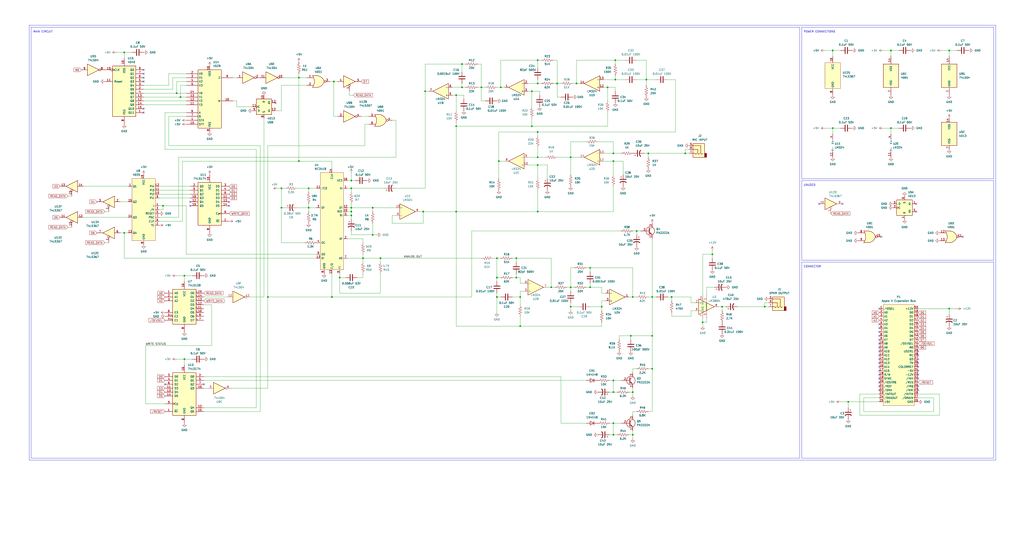
<source format=kicad_sch>
(kicad_sch (version 20230121) (generator eeschema)
  (paper "User" 670.001 350.012)
  (junction (at 237.49 168.91))
  (junction (at 426.72 241.3))
  (junction (at 218.44 53.34))
  (junction (at 386.08 175.26))
  (junction (at 554.99 262.89))
  (junction (at 621.03 201.93))
  (junction (at 201.93 135.89))
  (junction (at 373.38 102.87))
  (junction (at 302.26 41.91))
  (junction (at 386.08 187.96))
  (junction (at 472.44 200.66))
  (junction (at 439.42 194.31))
  (junction (at 582.93 33.02))
  (junction (at 351.79 138.43))
  (junction (at 351.79 54.61))
  (junction (at 106.68 134.62))
  (junction (at 298.45 82.55))
  (junction (at 243.84 135.89))
  (junction (at 175.26 194.31))
  (junction (at 544.83 33.02))
  (junction (at 373.38 200.66))
  (junction (at 195.58 50.8))
  (junction (at 337.82 168.91))
  (junction (at 195.58 105.41))
  (junction (at 118.11 63.5))
  (junction (at 248.92 168.91))
  (junction (at 351.79 39.37))
  (junction (at 351.79 102.87))
  (junction (at 243.84 153.67))
  (junction (at 302.26 57.15))
  (junction (at 351.79 86.36))
  (junction (at 325.12 181.61))
  (junction (at 414.02 284.48))
  (junction (at 402.59 52.07))
  (junction (at 278.13 59.69))
  (junction (at 229.87 135.89))
  (junction (at 340.36 194.31))
  (junction (at 401.32 105.41))
  (junction (at 347.98 59.69))
  (junction (at 222.25 181.61))
  (junction (at 351.79 107.95))
  (junction (at 401.32 248.92))
  (junction (at 414.02 256.54))
  (junction (at 184.15 135.89))
  (junction (at 217.17 194.31))
  (junction (at 448.31 100.33))
  (junction (at 397.51 57.15))
  (junction (at 402.59 39.37))
  (junction (at 201.93 123.19))
  (junction (at 377.19 54.61))
  (junction (at 229.87 123.19))
  (junction (at 401.32 256.54))
  (junction (at 422.91 52.07))
  (junction (at 276.86 138.43))
  (junction (at 326.39 105.41))
  (junction (at 81.28 34.29))
  (junction (at 325.12 194.31))
  (junction (at 621.03 33.02))
  (junction (at 229.87 140.97))
  (junction (at 544.83 83.82))
  (junction (at 340.36 213.36))
  (junction (at 412.75 219.71))
  (junction (at 373.38 187.96))
  (junction (at 401.32 276.86))
  (junction (at 115.57 60.96))
  (junction (at 327.66 57.15))
  (junction (at 414.02 194.31))
  (junction (at 298.45 62.23))
  (junction (at 500.38 200.66))
  (junction (at 325.12 168.91))
  (junction (at 426.72 219.71))
  (junction (at 229.87 138.43))
  (junction (at 364.49 54.61))
  (junction (at 401.32 100.33))
  (junction (at 337.82 181.61))
  (junction (at 459.74 210.82))
  (junction (at 466.09 166.37))
  (junction (at 81.28 152.4))
  (junction (at 120.65 180.34))
  (junction (at 582.93 83.82))
  (junction (at 424.18 100.33))
  (junction (at 347.98 82.55))
  (junction (at 360.68 187.96))
  (junction (at 426.72 194.31))
  (junction (at 314.96 57.15))
  (junction (at 184.15 123.19))
  (junction (at 298.45 138.43))
  (junction (at 229.87 118.11))
  (junction (at 416.56 151.13))
  (junction (at 120.65 234.95))
  (junction (at 393.7 200.66))
  (junction (at 401.32 284.48))
  (no_connect (at 124.46 134.62))
  (no_connect (at 600.71 240.03))
  (no_connect (at 93.98 48.26))
  (no_connect (at 600.71 232.41))
  (no_connect (at 575.31 227.33))
  (no_connect (at 600.71 247.65))
  (no_connect (at 629.92 154.94))
  (no_connect (at 133.35 251.46))
  (no_connect (at 600.71 234.95))
  (no_connect (at 575.31 217.17))
  (no_connect (at 535.94 133.35))
  (no_connect (at 575.31 232.41))
  (no_connect (at 600.71 255.27))
  (no_connect (at 575.31 242.57))
  (no_connect (at 575.31 201.93))
  (no_connect (at 575.31 252.73))
  (no_connect (at 600.71 229.87))
  (no_connect (at 575.31 234.95))
  (no_connect (at 600.71 237.49))
  (no_connect (at 575.31 245.11))
  (no_connect (at 575.31 250.19))
  (no_connect (at 599.44 133.35))
  (no_connect (at 107.95 251.46))
  (no_connect (at 93.98 45.72))
  (no_connect (at 93.98 53.34))
  (no_connect (at 93.98 50.8))
  (no_connect (at 600.71 242.57))
  (no_connect (at 575.31 224.79))
  (no_connect (at 93.98 73.66))
  (no_connect (at 575.31 240.03))
  (no_connect (at 149.86 134.62))
  (no_connect (at 576.58 154.94))
  (no_connect (at 575.31 219.71))
  (no_connect (at 600.71 252.73))
  (no_connect (at 124.46 132.08))
  (no_connect (at 551.18 133.35))
  (no_connect (at 575.31 222.25))
  (no_connect (at 575.31 229.87))
  (no_connect (at 575.31 255.27))
  (no_connect (at 575.31 247.65))
  (no_connect (at 575.31 214.63))
  (no_connect (at 149.86 132.08))
  (no_connect (at 599.44 138.43))
  (no_connect (at 93.98 71.12))
  (no_connect (at 575.31 212.09))
  (no_connect (at 180.34 67.31))
  (no_connect (at 575.31 237.49))
  (no_connect (at 600.71 245.11))
  (wire (pts (xy 229.87 123.19) (xy 227.33 123.19)))
  (wire (pts (xy 340.36 207.01) (xy 340.36 213.36)))
  (wire (pts (xy 138.43 226.06) (xy 95.25 226.06)))
  (wire (pts (xy 414.02 256.54) (xy 414.02 259.08)))
  (wire (pts (xy 358.14 107.95) (xy 358.14 116.84)))
  (wire (pts (xy 414.02 194.31) (xy 411.48 194.31)))
  (wire (pts (xy 118.11 63.5) (xy 121.92 63.5)))
  (wire (pts (xy 345.44 59.69) (xy 347.98 59.69)))
  (wire (pts (xy 500.38 200.66) (xy 502.92 200.66)))
  (wire (pts (xy 229.87 138.43) (xy 229.87 135.89)))
  (wire (pts (xy 167.64 97.79) (xy 167.64 266.7)))
  (wire (pts (xy 424.18 100.33) (xy 448.31 100.33)))
  (wire (pts (xy 459.74 193.04) (xy 459.74 166.37)))
  (wire (pts (xy 429.26 194.31) (xy 426.72 194.31)))
  (wire (pts (xy 614.68 257.81) (xy 600.71 257.81)))
  (wire (pts (xy 295.91 62.23) (xy 298.45 62.23)))
  (wire (pts (xy 462.28 208.28) (xy 462.28 210.82)))
  (wire (pts (xy 229.87 140.97) (xy 229.87 138.43)))
  (wire (pts (xy 402.59 57.15) (xy 402.59 59.69)))
  (wire (pts (xy 397.51 57.15) (xy 402.59 57.15)))
  (wire (pts (xy 351.79 52.07) (xy 351.79 54.61)))
  (wire (pts (xy 238.76 81.28) (xy 241.3 81.28)))
  (wire (pts (xy 426.72 194.31) (xy 426.72 219.71)))
  (wire (pts (xy 248.92 179.07) (xy 248.92 191.77)))
  (wire (pts (xy 373.38 203.2) (xy 373.38 200.66)))
  (wire (pts (xy 351.79 86.36) (xy 441.96 86.36)))
  (wire (pts (xy 439.42 204.47) (xy 439.42 207.01)))
  (wire (pts (xy 222.25 191.77) (xy 222.25 181.61)))
  (wire (pts (xy 104.14 134.62) (xy 106.68 134.62)))
  (wire (pts (xy 104.14 137.16) (xy 106.68 137.16)))
  (wire (pts (xy 195.58 50.8) (xy 200.66 50.8)))
  (wire (pts (xy 120.65 234.95) (xy 115.57 234.95)))
  (wire (pts (xy 175.26 254) (xy 151.13 254)))
  (wire (pts (xy 298.45 82.55) (xy 347.98 82.55)))
  (wire (pts (xy 308.61 194.31) (xy 217.17 194.31)))
  (wire (pts (xy 452.12 198.12) (xy 454.66 198.12)))
  (wire (pts (xy 325.12 181.61) (xy 327.66 181.61)))
  (wire (pts (xy 195.58 48.26) (xy 195.58 50.8)))
  (wire (pts (xy 373.38 92.71) (xy 373.38 102.87)))
  (wire (pts (xy 116.84 102.87) (xy 259.08 102.87)))
  (wire (pts (xy 582.93 33.02) (xy 577.85 33.02)))
  (wire (pts (xy 374.65 54.61) (xy 377.19 54.61)))
  (wire (pts (xy 327.66 39.37) (xy 351.79 39.37)))
  (wire (pts (xy 229.87 143.51) (xy 229.87 140.97)))
  (wire (pts (xy 412.75 219.71) (xy 412.75 222.25)))
  (wire (pts (xy 377.19 54.61) (xy 377.19 39.37)))
  (wire (pts (xy 414.02 281.94) (xy 414.02 284.48)))
  (wire (pts (xy 229.87 113.03) (xy 229.87 118.11)))
  (wire (pts (xy 502.92 198.12) (xy 500.38 198.12)))
  (wire (pts (xy 386.08 175.26) (xy 414.02 175.26)))
  (wire (pts (xy 229.87 135.89) (xy 243.84 135.89)))
  (wire (pts (xy 227.33 138.43) (xy 229.87 138.43)))
  (wire (pts (xy 118.11 55.88) (xy 121.92 55.88)))
  (wire (pts (xy 582.93 83.82) (xy 588.01 83.82)))
  (wire (pts (xy 472.44 203.2) (xy 472.44 200.66)))
  (wire (pts (xy 231.14 62.23) (xy 228.6 62.23)))
  (wire (pts (xy 351.79 107.95) (xy 351.79 116.84)))
  (wire (pts (xy 227.33 156.21) (xy 237.49 156.21)))
  (wire (pts (xy 405.13 222.25) (xy 405.13 219.71)))
  (wire (pts (xy 81.28 152.4) (xy 83.82 152.4)))
  (wire (pts (xy 466.09 166.37) (xy 466.09 168.91)))
  (wire (pts (xy 393.7 210.82) (xy 393.7 213.36)))
  (wire (pts (xy 303.53 62.23) (xy 303.53 64.77)))
  (wire (pts (xy 172.72 77.47) (xy 172.72 194.31)))
  (wire (pts (xy 314.96 57.15) (xy 314.96 66.04)))
  (wire (pts (xy 246.38 153.67) (xy 243.84 153.67)))
  (wire (pts (xy 403.86 256.54) (xy 401.32 256.54)))
  (wire (pts (xy 298.45 82.55) (xy 298.45 138.43)))
  (wire (pts (xy 472.44 200.66) (xy 469.9 200.66)))
  (wire (pts (xy 93.98 55.88) (xy 110.49 55.88)))
  (wire (pts (xy 439.42 194.31) (xy 436.88 194.31)))
  (wire (pts (xy 414.02 241.3) (xy 414.02 243.84)))
  (wire (pts (xy 104.14 142.24) (xy 116.84 142.24)))
  (wire (pts (xy 220.98 76.2) (xy 218.44 76.2)))
  (wire (pts (xy 364.49 102.87) (xy 373.38 102.87)))
  (wire (pts (xy 243.84 135.89) (xy 259.08 135.89)))
  (wire (pts (xy 54.61 121.92) (xy 83.82 121.92)))
  (wire (pts (xy 295.91 57.15) (xy 302.26 57.15)))
  (wire (pts (xy 401.32 121.92) (xy 401.32 138.43)))
  (wire (pts (xy 582.93 33.02) (xy 588.01 33.02)))
  (wire (pts (xy 154.94 69.85) (xy 165.1 69.85)))
  (wire (pts (xy 104.14 121.92) (xy 124.46 121.92)))
  (wire (pts (xy 363.22 187.96) (xy 360.68 187.96)))
  (wire (pts (xy 229.87 123.19) (xy 229.87 125.73)))
  (wire (pts (xy 167.64 266.7) (xy 133.35 266.7)))
  (wire (pts (xy 575.31 260.35) (xy 565.15 260.35)))
  (wire (pts (xy 582.93 83.82) (xy 582.93 87.63)))
  (wire (pts (xy 467.36 187.96) (xy 462.28 187.96)))
  (wire (pts (xy 133.35 199.39) (xy 138.43 199.39)))
  (wire (pts (xy 237.49 156.21) (xy 237.49 158.75)))
  (wire (pts (xy 259.08 140.97) (xy 256.54 140.97)))
  (wire (pts (xy 351.79 54.61) (xy 354.33 54.61)))
  (wire (pts (xy 120.65 234.95) (xy 120.65 238.76)))
  (wire (pts (xy 448.31 97.79) (xy 448.31 100.33)))
  (wire (pts (xy 401.32 105.41) (xy 401.32 114.3)))
  (wire (pts (xy 621.03 201.93) (xy 626.11 201.93)))
  (wire (pts (xy 406.4 151.13) (xy 308.61 151.13)))
  (wire (pts (xy 439.42 194.31) (xy 452.12 194.31)))
  (wire (pts (xy 194.31 123.19) (xy 201.93 123.19)))
  (wire (pts (xy 241.3 76.2) (xy 236.22 76.2)))
  (wire (pts (xy 237.49 166.37) (xy 237.49 168.91)))
  (wire (pts (xy 95.25 264.16) (xy 107.95 264.16)))
  (wire (pts (xy 340.36 199.39) (xy 340.36 194.31)))
  (wire (pts (xy 170.18 95.25) (xy 170.18 269.24)))
  (wire (pts (xy 325.12 168.91) (xy 327.66 168.91)))
  (wire (pts (xy 322.58 168.91) (xy 325.12 168.91)))
  (wire (pts (xy 256.54 140.97) (xy 256.54 146.05)))
  (wire (pts (xy 135.89 254) (xy 133.35 254)))
  (wire (pts (xy 118.11 55.88) (xy 118.11 63.5)))
  (wire (pts (xy 227.33 168.91) (xy 237.49 168.91)))
  (wire (pts (xy 459.74 213.36) (xy 459.74 210.82)))
  (wire (pts (xy 256.54 146.05) (xy 276.86 146.05)))
  (wire (pts (xy 439.42 196.85) (xy 439.42 194.31)))
  (wire (pts (xy 185.42 50.8) (xy 195.58 50.8)))
  (wire (pts (xy 237.49 181.61) (xy 237.49 179.07)))
  (wire (pts (xy 448.31 100.33) (xy 450.85 100.33)))
  (wire (pts (xy 353.06 59.69) (xy 353.06 62.23)))
  (wire (pts (xy 383.54 92.71) (xy 373.38 92.71)))
  (wire (pts (xy 575.31 262.89) (xy 554.99 262.89)))
  (wire (pts (xy 340.36 185.42) (xy 340.36 181.61)))
  (wire (pts (xy 302.26 41.91) (xy 302.26 46.99)))
  (wire (pts (xy 401.32 276.86) (xy 406.4 276.86)))
  (wire (pts (xy 251.46 123.19) (xy 229.87 123.19)))
  (wire (pts (xy 314.96 41.91) (xy 314.96 57.15)))
  (wire (pts (xy 148.59 194.31) (xy 133.35 194.31)))
  (wire (pts (xy 340.36 190.5) (xy 342.9 190.5)))
  (wire (pts (xy 326.39 105.41) (xy 330.2 105.41)))
  (wire (pts (xy 575.31 257.81) (xy 562.61 257.81)))
  (wire (pts (xy 383.54 175.26) (xy 386.08 175.26)))
  (wire (pts (xy 222.25 181.61) (xy 222.25 179.07)))
  (wire (pts (xy 133.35 248.92) (xy 383.54 248.92)))
  (wire (pts (xy 419.1 151.13) (xy 416.56 151.13)))
  (wire (pts (xy 401.32 276.86) (xy 398.78 276.86)))
  (wire (pts (xy 351.79 39.37) (xy 351.79 44.45)))
  (wire (pts (xy 93.98 68.58) (xy 121.92 68.58)))
  (wire (pts (xy 326.39 86.36) (xy 326.39 105.41)))
  (wire (pts (xy 373.38 175.26) (xy 373.38 187.96)))
  (wire (pts (xy 93.98 58.42) (xy 113.03 58.42)))
  (wire (pts (xy 243.84 138.43) (xy 243.84 135.89)))
  (wire (pts (xy 220.98 53.34) (xy 218.44 53.34)))
  (wire (pts (xy 360.68 187.96) (xy 358.14 187.96)))
  (wire (pts (xy 401.32 248.92) (xy 406.4 248.92)))
  (wire (pts (xy 104.14 144.78) (xy 119.38 144.78)))
  (wire (pts (xy 414.02 175.26) (xy 414.02 194.31)))
  (wire (pts (xy 426.72 156.21) (xy 426.72 194.31)))
  (wire (pts (xy 426.72 219.71) (xy 412.75 219.71)))
  (wire (pts (xy 544.83 83.82) (xy 544.83 87.63)))
  (wire (pts (xy 378.46 200.66) (xy 373.38 200.66)))
  (wire (pts (xy 414.02 254) (xy 414.02 256.54)))
  (wire (pts (xy 421.64 100.33) (xy 424.18 100.33)))
  (wire (pts (xy 340.36 194.31) (xy 340.36 190.5)))
  (wire (pts (xy 347.98 77.47) (xy 347.98 82.55)))
  (wire (pts (xy 163.83 194.31) (xy 172.72 194.31)))
  (wire (pts (xy 351.79 102.87) (xy 356.87 102.87)))
  (wire (pts (xy 237.49 171.45) (xy 237.49 168.91)))
  (wire (pts (xy 416.56 241.3) (xy 414.02 241.3)))
  (wire (pts (xy 201.93 135.89) (xy 207.01 135.89)))
  (wire (pts (xy 121.92 134.62) (xy 121.92 166.37)))
  (wire (pts (xy 377.19 54.61) (xy 379.73 54.61)))
  (wire (pts (xy 152.4 50.8) (xy 154.94 50.8)))
  (wire (pts (xy 426.72 194.31) (xy 424.18 194.31)))
  (wire (pts (xy 621.03 33.02) (xy 621.03 36.83)))
  (wire (pts (xy 544.83 83.82) (xy 539.75 83.82)))
  (wire (pts (xy 314.96 66.04) (xy 317.5 66.04)))
  (wire (pts (xy 78.74 132.08) (xy 83.82 132.08)))
  (wire (pts (xy 44.45 148.59) (xy 46.99 148.59)))
  (wire (pts (xy 610.87 260.35) (xy 600.71 260.35)))
  (wire (pts (xy 86.36 34.29) (xy 81.28 34.29)))
  (wire (pts (xy 373.38 187.96) (xy 373.38 190.5)))
  (wire (pts (xy 121.92 166.37) (xy 207.01 166.37)))
  (wire (pts (xy 107.95 97.79) (xy 167.64 97.79)))
  (wire (pts (xy 424.18 102.87) (xy 424.18 100.33)))
  (wire (pts (xy 121.92 76.2) (xy 110.49 76.2)))
  (wire (pts (xy 375.92 187.96) (xy 373.38 187.96)))
  (wire (pts (xy 398.78 284.48) (xy 401.32 284.48)))
  (wire (pts (xy 398.78 256.54) (xy 401.32 256.54)))
  (wire (pts (xy 364.49 39.37) (xy 364.49 54.61)))
  (wire (pts (xy 116.84 142.24) (xy 116.84 102.87)))
  (wire (pts (xy 416.56 39.37) (xy 422.91 39.37)))
  (wire (pts (xy 93.98 66.04) (xy 121.92 66.04)))
  (wire (pts (xy 500.38 198.12) (xy 500.38 200.66)))
  (wire (pts (xy 383.54 187.96) (xy 386.08 187.96)))
  (wire (pts (xy 327.66 194.31) (xy 325.12 194.31)))
  (wire (pts (xy 298.45 213.36) (xy 298.45 138.43)))
  (wire (pts (xy 393.7 213.36) (xy 340.36 213.36)))
  (wire (pts (xy 259.08 78.74) (xy 256.54 78.74)))
  (wire (pts (xy 120.65 180.34) (xy 115.57 180.34)))
  (wire (pts (xy 416.56 151.13) (xy 416.56 153.67)))
  (wire (pts (xy 222.25 181.61) (xy 226.06 181.61)))
  (wire (pts (xy 259.08 102.87) (xy 259.08 78.74)))
  (wire (pts (xy 44.45 128.27) (xy 46.99 128.27)))
  (wire (pts (xy 337.82 181.61) (xy 337.82 179.07)))
  (wire (pts (xy 426.72 241.3) (xy 426.72 219.71)))
  (wire (pts (xy 462.28 187.96) (xy 462.28 193.04)))
  (wire (pts (xy 364.49 54.61) (xy 364.49 63.5)))
  (wire (pts (xy 426.72 241.3) (xy 424.18 241.3)))
  (wire (pts (xy 238.76 95.25) (xy 238.76 81.28)))
  (wire (pts (xy 351.79 96.52) (xy 351.79 102.87)))
  (wire (pts (xy 386.08 187.96) (xy 393.7 187.96)))
  (wire (pts (xy 459.74 210.82) (xy 459.74 208.28)))
  (wire (pts (xy 414.02 284.48) (xy 414.02 287.02)))
  (wire (pts (xy 95.25 226.06) (xy 95.25 264.16)))
  (wire (pts (xy 386.08 175.26) (xy 386.08 177.8)))
  (wire (pts (xy 298.45 72.39) (xy 298.45 62.23)))
  (wire (pts (xy 312.42 57.15) (xy 314.96 57.15)))
  (wire (pts (xy 217.17 179.07) (xy 217.17 194.31)))
  (wire (pts (xy 229.87 133.35) (xy 229.87 135.89)))
  (wire (pts (xy 361.95 39.37) (xy 364.49 39.37)))
  (wire (pts (xy 298.45 138.43) (xy 351.79 138.43)))
  (wire (pts (xy 373.38 200.66) (xy 373.38 198.12)))
  (wire (pts (xy 345.44 54.61) (xy 351.79 54.61)))
  (wire (pts (xy 614.68 271.78) (xy 614.68 257.81)))
  (wire (pts (xy 81.28 168.91) (xy 207.01 168.91)))
  (wire (pts (xy 110.49 95.25) (xy 170.18 95.25)))
  (wire (pts (xy 68.58 138.43) (xy 71.12 138.43)))
  (wire (pts (xy 184.15 158.75) (xy 199.39 158.75)))
  (wire (pts (xy 175.26 194.31) (xy 175.26 254)))
  (wire (pts (xy 119.38 144.78) (xy 119.38 105.41)))
  (wire (pts (xy 347.98 69.85) (xy 347.98 59.69)))
  (wire (pts (xy 115.57 53.34) (xy 121.92 53.34)))
  (wire (pts (xy 278.13 41.91) (xy 278.13 59.69)))
  (wire (pts (xy 544.83 33.02) (xy 539.75 33.02)))
  (wire (pts (xy 422.91 52.07) (xy 429.26 52.07)))
  (wire (pts (xy 54.61 142.24) (xy 83.82 142.24)))
  (wire (pts (xy 482.6 200.66) (xy 500.38 200.66)))
  (wire (pts (xy 218.44 53.34) (xy 218.44 76.2)))
  (wire (pts (xy 407.67 105.41) (xy 407.67 114.3)))
  (wire (pts (xy 375.92 175.26) (xy 373.38 175.26)))
  (wire (pts (xy 170.18 269.24) (xy 133.35 269.24)))
  (wire (pts (xy 175.26 95.25) (xy 175.26 194.31)))
  (wire (pts (xy 351.79 86.36) (xy 326.39 86.36)))
  (wire (pts (xy 450.85 97.79) (xy 448.31 97.79)))
  (wire (pts (xy 565.15 260.35) (xy 565.15 269.24)))
  (wire (pts (xy 416.56 269.24) (xy 414.02 269.24)))
  (wire (pts (xy 106.68 137.16) (xy 106.68 134.62)))
  (wire (pts (xy 298.45 80.01) (xy 298.45 82.55)))
  (wire (pts (xy 93.98 63.5) (xy 118.11 63.5)))
  (wire (pts (xy 314.96 57.15) (xy 317.5 57.15)))
  (wire (pts (xy 544.83 33.02) (xy 549.91 33.02)))
  (wire (pts (xy 397.51 66.04) (xy 397.51 57.15)))
  (wire (pts (xy 125.73 180.34) (xy 120.65 180.34)))
  (wire (pts (xy 184.15 72.39) (xy 180.34 72.39)))
  (wire (pts (xy 401.32 92.71) (xy 401.32 100.33)))
  (wire (pts (xy 327.66 57.15) (xy 330.2 57.15)))
  (wire (pts (xy 276.86 138.43) (xy 298.45 138.43)))
  (wire (pts (xy 68.58 158.75) (xy 71.12 158.75)))
  (wire (pts (xy 107.95 73.66) (xy 107.95 97.79)))
  (wire (pts (xy 110.49 76.2) (xy 110.49 95.25)))
  (wire (pts (xy 462.28 210.82) (xy 459.74 210.82)))
  (wire (pts (xy 120.65 180.34) (xy 120.65 184.15)))
  (wire (pts (xy 544.83 33.02) (xy 544.83 36.83)))
  (wire (pts (xy 441.96 52.07) (xy 436.88 52.07)))
  (wire (pts (xy 554.99 262.89) (xy 549.91 262.89)))
  (wire (pts (xy 401.32 138.43) (xy 351.79 138.43)))
  (wire (pts (xy 302.26 54.61) (xy 302.26 57.15)))
  (wire (pts (xy 217.17 194.31) (xy 175.26 194.31)))
  (wire (pts (xy 351.79 107.95) (xy 358.14 107.95)))
  (wire (pts (xy 248.92 191.77) (xy 222.25 191.77)))
  (wire (pts (xy 218.44 53.34) (xy 215.9 53.34)))
  (wire (pts (xy 386.08 200.66) (xy 393.7 200.66)))
  (wire (pts (xy 351.79 88.9) (xy 351.79 86.36)))
  (wire (pts (xy 302.26 41.91) (xy 278.13 41.91)))
  (wire (pts (xy 312.42 41.91) (xy 314.96 41.91)))
  (wire (pts (xy 217.17 105.41) (xy 217.17 110.49)))
  (wire (pts (xy 184.15 135.89) (xy 184.15 158.75)))
  (wire (pts (xy 411.48 256.54) (xy 414.02 256.54)))
  (wire (pts (xy 325.12 168.91) (xy 325.12 181.61)))
  (wire (pts (xy 298.45 62.23) (xy 303.53 62.23)))
  (wire (pts (xy 342.9 185.42) (xy 340.36 185.42)))
  (wire (pts (xy 394.97 52.07) (xy 402.59 52.07)))
  (wire (pts (xy 227.33 140.97) (xy 229.87 140.97)))
  (wire (pts (xy 335.28 194.31) (xy 340.36 194.31)))
  (wire (pts (xy 582.93 33.02) (xy 582.93 36.83)))
  (wire (pts (xy 201.93 133.35) (xy 201.93 135.89)))
  (wire (pts (xy 544.83 83.82) (xy 549.91 83.82)))
  (wire (pts (xy 181.61 123.19) (xy 184.15 123.19)))
  (wire (pts (xy 274.32 138.43) (xy 276.86 138.43)))
  (wire (pts (xy 401.32 105.41) (xy 407.67 105.41)))
  (wire (pts (xy 154.94 66.04) (xy 152.4 66.04)))
  (wire (pts (xy 119.38 105.41) (xy 195.58 105.41)))
  (wire (pts (xy 439.42 207.01) (xy 452.12 207.01)))
  (wire (pts (xy 327.66 39.37) (xy 327.66 57.15)))
  (wire (pts (xy 370.84 187.96) (xy 373.38 187.96)))
  (wire (pts (xy 201.93 123.19) (xy 207.01 123.19)))
  (wire (pts (xy 401.32 256.54) (xy 401.32 248.92)))
  (wire (pts (xy 104.14 124.46) (xy 124.46 124.46)))
  (wire (pts (xy 104.14 127) (xy 124.46 127)))
  (wire (pts (xy 367.03 246.38) (xy 367.03 276.86)))
  (wire (pts (xy 426.72 269.24) (xy 426.72 241.3)))
  (wire (pts (xy 248.92 168.91) (xy 237.49 168.91)))
  (wire (pts (xy 248.92 168.91) (xy 314.96 168.91)))
  (wire (pts (xy 337.82 171.45) (xy 337.82 168.91)))
  (wire (pts (xy 232.41 118.11) (xy 229.87 118.11)))
  (wire (pts (xy 110.49 55.88) (xy 110.49 48.26)))
  (wire (pts (xy 325.12 194.31) (xy 325.12 204.47)))
  (wire (pts (xy 391.16 92.71) (xy 401.32 92.71)))
  (wire (pts (xy 201.93 125.73) (xy 201.93 123.19)))
  (wire (pts (xy 133.35 246.38) (xy 367.03 246.38)))
  (wire (pts (xy 373.38 114.3) (xy 373.38 102.87)))
  (wire (pts (xy 582.93 83.82) (xy 577.85 83.82)))
  (wire (pts (xy 394.97 105.41) (xy 401.32 105.41)))
  (wire (pts (xy 401.32 284.48) (xy 401.32 276.86)))
  (wire (pts (xy 401.32 248.92) (xy 398.78 248.92)))
  (wire (pts (xy 452.12 207.01) (xy 452.12 203.2)))
  (wire (pts (xy 394.97 57.15) (xy 397.51 57.15)))
  (wire (pts (xy 184.15 55.88) (xy 184.15 72.39)))
  (wire (pts (xy 201.93 138.43) (xy 201.93 135.89)))
  (wire (pts (xy 411.48 284.48) (xy 414.02 284.48)))
  (wire (pts (xy 361.95 54.61) (xy 364.49 54.61)))
  (wire (pts (xy 184.15 123.19) (xy 186.69 123.19)))
  (wire (pts (xy 351.79 124.46) (xy 351.79 138.43)))
  (wire (pts (xy 422.91 39.37) (xy 422.91 52.07)))
  (wire (pts (xy 397.51 82.55) (xy 347.98 82.55)))
  (wire (pts (xy 347.98 59.69) (xy 353.06 59.69)))
  (wire (pts (xy 424.18 269.24) (xy 426.72 269.24)))
  (wire (pts (xy 364.49 63.5) (xy 367.03 63.5)))
  (wire (pts (xy 340.36 213.36) (xy 298.45 213.36)))
  (wire (pts (xy 402.59 49.53) (xy 402.59 52.07)))
  (wire (pts (xy 360.68 168.91) (xy 360.68 187.96)))
  (wire (pts (xy 422.91 55.88) (xy 422.91 52.07)))
  (wire (pts (xy 308.61 151.13) (xy 308.61 194.31)))
  (wire (pts (xy 394.97 100.33) (xy 401.32 100.33)))
  (wire (pts (xy 259.08 123.19) (xy 278.13 123.19)))
  (wire (pts (xy 121.92 73.66) (xy 107.95 73.66)))
  (wire (pts (xy 393.7 203.2) (xy 393.7 200.66)))
  (wire (pts (xy 325.12 194.31) (xy 325.12 191.77)))
  (wire (pts (xy 81.28 34.29) (xy 81.28 38.1)))
  (wire (pts (xy 113.03 58.42) (xy 113.03 50.8)))
  (wire (pts (xy 326.39 116.84) (xy 326.39 105.41)))
  (wire (pts (xy 393.7 187.96) (xy 393.7 191.77)))
  (wire (pts (xy 325.12 184.15) (xy 325.12 181.61)))
  (wire (pts (xy 562.61 271.78) (xy 614.68 271.78)))
  (wire (pts (xy 397.51 73.66) (xy 397.51 82.55)))
  (wire (pts (xy 345.44 102.87) (xy 351.79 102.87)))
  (wire (pts (xy 233.68 181.61) (xy 237.49 181.61)))
  (wire (pts (xy 195.58 50.8) (xy 195.58 105.41)))
  (wire (pts (xy 600.71 201.93) (xy 621.03 201.93)))
  (wire (pts (xy 337.82 168.91) (xy 335.28 168.91)))
  (wire (pts (xy 396.24 196.85) (xy 393.7 196.85)))
  (wire (pts (xy 229.87 151.13) (xy 229.87 153.67)))
  (wire (pts (xy 110.49 48.26) (xy 121.92 48.26)))
  (wire (pts (xy 345.44 107.95) (xy 351.79 107.95)))
  (wire (pts (xy 104.14 129.54) (xy 124.46 129.54)))
  (wire (pts (xy 278.13 123.19) (xy 278.13 59.69)))
  (wire (pts (xy 565.15 269.24) (xy 610.87 269.24)))
  (wire (pts (xy 402.59 39.37) (xy 408.94 39.37)))
  (wire (pts (xy 351.79 39.37) (xy 354.33 39.37)))
  (wire (pts (xy 621.03 33.02) (xy 615.95 33.02)))
  (wire (pts (xy 340.36 181.61) (xy 337.82 181.61)))
  (wire (pts (xy 452.12 194.31) (xy 452.12 198.12)))
  (wire (pts (xy 106.68 134.62) (xy 121.92 134.62)))
  (wire (pts (xy 278.13 59.69) (xy 280.67 59.69)))
  (wire (pts (xy 81.28 152.4) (xy 81.28 168.91)))
  (wire (pts (xy 466.09 163.83) (xy 466.09 166.37)))
  (wire (pts (xy 610.87 269.24) (xy 610.87 260.35)))
  (wire (pts (xy 243.84 153.67) (xy 243.84 146.05)))
  (wire (pts (xy 184.15 123.19) (xy 184.15 135.89)))
  (wire (pts (xy 302.26 41.91) (xy 304.8 41.91)))
  (wire (pts (xy 441.96 86.36) (xy 441.96 52.07)))
  (wire (pts (xy 402.59 52.07) (xy 408.94 52.07)))
  (wire (pts (xy 113.03 50.8) (xy 121.92 50.8)))
  (wire (pts (xy 416.56 194.31) (xy 414.02 194.31)))
  (wire (pts (xy 154.94 69.85) (xy 154.94 66.04)))
  (wire (pts (xy 229.87 153.67) (xy 243.84 153.67)))
  (wire (pts (xy 621.03 33.02) (xy 626.11 33.02)))
  (wire (pts (xy 115.57 53.34) (xy 115.57 60.96)))
  (wire (pts (xy 459.74 166.37) (xy 466.09 166.37)))
  (wire (pts (xy 195.58 105.41) (xy 217.17 105.41)))
  (wire (pts (xy 78.74 152.4) (xy 81.28 152.4)))
  (wire (pts (xy 403.86 284.48) (xy 401.32 284.48)))
  (wire (pts (xy 337.82 168.91) (xy 360.68 168.91)))
  (wire (pts (xy 452.12 203.2) (xy 454.66 203.2)))
  (wire (pts (xy 621.03 201.93) (xy 621.03 205.74)))
  (wire (pts (xy 393.7 191.77) (xy 396.24 191.77)))
  (wire (pts (xy 81.28 34.29) (xy 76.2 34.29)))
  (wire (pts (xy 138.43 199.39) (xy 138.43 226.06)))
  (wire (pts (xy 402.59 41.91) (xy 402.59 39.37)))
  (wire (pts (xy 194.31 135.89) (xy 201.93 135.89)))
  (wire (pts (xy 414.02 151.13) (xy 416.56 151.13)))
  (wire (pts (xy 393.7 196.85) (xy 393.7 200.66)))
  (wire (pts (xy 184.15 55.88) (xy 200.66 55.88)))
  (wire (pts (xy 302.26 57.15) (xy 304.8 57.15)))
  (wire (pts (xy 554.99 262.89) (xy 554.99 266.7)))
  (wire (pts (xy 325.12 57.15) (xy 327.66 57.15)))
  (wire (pts (xy 474.98 200.66) (xy 472.44 200.66)))
  (wire (pts (xy 115.57 60.96) (xy 121.92 60.96)))
  (wire (pts (xy 386.08 185.42) (xy 386.08 187.96)))
  (wire (pts (xy 367.03 54.61) (xy 364.49 54.61)))
  (wire (pts (xy 229.87 118.11) (xy 227.33 118.11)))
  (wire (pts (xy 367.03 276.86) (xy 383.54 276.86)))
  (wire (pts (xy 175.26 95.25) (xy 238.76 95.25)))
  (wire (pts (xy 335.28 181.61) (xy 337.82 181.61)))
  (wire (pts (xy 229.87 135.89) (xy 227.33 135.89)))
  (wire (pts (xy 401.32 100.33) (xy 406.4 100.33)))
  (wire (pts (xy 562.61 257.81) (xy 562.61 271.78)))
  (wire (pts (xy 405.13 219.71) (xy 412.75 219.71)))
  (wire (pts (xy 248.92 171.45) (xy 248.92 168.91)))
  (wire (pts (xy 414.02 269.24) (xy 414.02 271.78)))
  (wire (pts (xy 416.56 52.07) (xy 422.91 52.07)))
  (wire (pts (xy 276.86 146.05) (xy 276.86 138.43)))
  (wire (pts (xy 93.98 60.96) (xy 115.57 60.96)))
  (wire (pts (xy 125.73 234.95) (xy 120.65 234.95)))
  (wire (pts (xy 184.15 135.89) (xy 186.69 135.89)))
  (wire (pts (xy 377.19 39.37) (xy 402.59 39.37)))
  (wire (pts (xy 228.6 62.23) (xy 228.6 59.69)))
  (wire (pts (xy 373.38 102.87) (xy 379.73 102.87)))
  (rectangle (start 20.32 17.78) (end 523.24 299.72))
  (rectangle (start 524.51 171.45) (end 650.24 299.72))
  (rectangle (start 524.51 17.78) (end 650.24 116.84))
  (rectangle (start 19.05 16.51) (end 651.51 300.99))
  (rectangle (start 524.51 118.11) (end 650.24 170.18))
  (text "UNUSED" (at 525.78 121.92 0) (effects (font (size 1.27 1.27)) (justify left bottom)))
  (text "POWER CONNECTIONS" (at 525.78 21.59 0) (effects (font (size 1.27 1.27)) (justify left bottom)))
  (text "MAIN CIRCUIT" (at 21.59 21.59 0) (effects (font (size 1.27 1.27)) (justify left bottom)))
  (text "CONNECTOR" (at 525.78 175.26 0) (effects (font (size 1.27 1.27)) (justify left bottom)))
  (label "WRITE STATUS" (at 95.25 226.06 0))
  (label "ANALOG OUT" (at 264.16 168.91 0))
  (global_label "D7" (shape input) (at 236.22 53.34 0) (property "Intersheetrefs" "${INTERSHEET_REFS}" (effects hide)))
  (global_label "A0" (shape input) (at 575.31 204.47 180) (property "Intersheetrefs" "${INTERSHEET_REFS}" (effects hide)))
  (global_label "WRITE_DATA" (shape input) (at 149.86 139.7 0) (property "Intersheetrefs" "${INTERSHEET_REFS}" (effects hide)))
  (global_label "D7" (shape input) (at 600.71 222.25 0) (property "Intersheetrefs" "${INTERSHEET_REFS}" (effects hide)))
  (global_label "D1" (shape input) (at 149.86 124.46 0) (property "Intersheetrefs" "${INTERSHEET_REFS}" (effects hide)))
  (global_label "A0" (shape input) (at 107.95 191.77 180) (property "Intersheetrefs" "${INTERSHEET_REFS}" (effects hide)))
  (global_label "A2" (shape input) (at 107.95 196.85 180) (property "Intersheetrefs" "${INTERSHEET_REFS}" (effects hide)))
  (global_label "D4" (shape input) (at 107.95 256.54 180) (property "Intersheetrefs" "${INTERSHEET_REFS}" (effects hide)))
  (global_label "D6" (shape input) (at 63.5 152.4 180) (property "Intersheetrefs" "${INTERSHEET_REFS}" (effects hide)))
  (global_label "READ_DATA" (shape input) (at 231.14 62.23 0) (property "Intersheetrefs" "${INTERSHEET_REFS}" (effects hide)))
  (global_label "D5" (shape input) (at 39.37 142.24 180) (property "Intersheetrefs" "${INTERSHEET_REFS}" (effects hide)))
  (global_label "D5" (shape input) (at 600.71 217.17 0) (property "Intersheetrefs" "${INTERSHEET_REFS}" (effects hide)))
  (global_label "D6" (shape input) (at 600.71 219.71 0) (property "Intersheetrefs" "${INTERSHEET_REFS}" (effects hide)))
  (global_label "D4" (shape input) (at 63.5 132.08 180) (property "Intersheetrefs" "${INTERSHEET_REFS}" (effects hide)))
  (global_label "D0" (shape input) (at 149.86 121.92 0) (property "Intersheetrefs" "${INTERSHEET_REFS}" (effects hide)))
  (global_label "A1" (shape input) (at 107.95 194.31 180) (property "Intersheetrefs" "${INTERSHEET_REFS}" (effects hide)))
  (global_label "D2" (shape input) (at 149.86 127 0) (property "Intersheetrefs" "${INTERSHEET_REFS}" (effects hide)))
  (global_label "Φ0" (shape input) (at 53.34 45.72 180) (property "Intersheetrefs" "${INTERSHEET_REFS}" (effects hide)))
  (global_label "Φ0" (shape input) (at 600.71 227.33 0) (property "Intersheetrefs" "${INTERSHEET_REFS}" (effects hide)))
  (global_label "A1" (shape input) (at 575.31 207.01 180) (property "Intersheetrefs" "${INTERSHEET_REFS}" (effects hide)))
  (global_label "{slash}RESET" (shape input) (at 107.95 269.24 180) (property "Intersheetrefs" "${INTERSHEET_REFS}" (effects hide)))
  (global_label "D1" (shape input) (at 600.71 207.01 0) (property "Intersheetrefs" "${INTERSHEET_REFS}" (effects hide)))
  (global_label "{slash}DEVSEL" (shape input) (at 600.71 224.79 0) (property "Intersheetrefs" "${INTERSHEET_REFS}" (effects hide)))
  (global_label "{slash}DEVSEL" (shape input) (at 107.95 209.55 180) (property "Intersheetrefs" "${INTERSHEET_REFS}" (effects hide)))
  (global_label "READ_DATA" (shape input) (at 68.58 158.75 180) (property "Intersheetrefs" "${INTERSHEET_REFS}" (effects hide)))
  (global_label "D2" (shape input) (at 600.71 209.55 0) (property "Intersheetrefs" "${INTERSHEET_REFS}" (effects hide)))
  (global_label "D3" (shape input) (at 39.37 121.92 180) (property "Intersheetrefs" "${INTERSHEET_REFS}" (effects hide)))
  (global_label "D3" (shape input) (at 600.71 212.09 0) (property "Intersheetrefs" "${INTERSHEET_REFS}" (effects hide)))
  (global_label "WRITE_DATA" (shape input) (at 133.35 196.85 0) (property "Intersheetrefs" "${INTERSHEET_REFS}" (effects hide)))
  (global_label "{slash}RESET" (shape input) (at 600.71 250.19 0) (property "Intersheetrefs" "${INTERSHEET_REFS}" (effects hide)))
  (global_label "D3" (shape input) (at 149.86 129.54 0) (property "Intersheetrefs" "${INTERSHEET_REFS}" (effects hide)))
  (global_label "D3" (shape input) (at 107.95 254 180) (property "Intersheetrefs" "${INTERSHEET_REFS}" (effects hide)))
  (global_label "READ_DATA" (shape input) (at 133.35 191.77 0) (property "Intersheetrefs" "${INTERSHEET_REFS}" (effects hide)))
  (global_label "READ_DATA" (shape input) (at 543.56 139.7 0) (property "Intersheetrefs" "${INTERSHEET_REFS}" (effects hide)))
  (global_label "D4" (shape input) (at 600.71 214.63 0) (property "Intersheetrefs" "${INTERSHEET_REFS}" (effects hide)))
  (global_label "D0" (shape input) (at 600.71 204.47 0) (property "Intersheetrefs" "${INTERSHEET_REFS}" (effects hide)))
  (global_label "READ_DATA" (shape input) (at 68.58 138.43 180) (property "Intersheetrefs" "${INTERSHEET_REFS}" (effects hide)))
  (global_label "READ_DATA" (shape input) (at 44.45 128.27 180) (property "Intersheetrefs" "${INTERSHEET_REFS}" (effects hide)))
  (global_label "D5" (shape input) (at 107.95 259.08 180) (property "Intersheetrefs" "${INTERSHEET_REFS}" (effects hide)))
  (global_label "A2" (shape input) (at 575.31 209.55 180) (property "Intersheetrefs" "${INTERSHEET_REFS}" (effects hide)))
  (global_label "D0" (shape input) (at 107.95 246.38 180) (property "Intersheetrefs" "${INTERSHEET_REFS}" (effects hide)))
  (global_label "READ_DATA" (shape input) (at 44.45 148.59 180) (property "Intersheetrefs" "${INTERSHEET_REFS}" (effects hide)))
  (global_label "D1" (shape input) (at 107.95 248.92 180) (property "Intersheetrefs" "${INTERSHEET_REFS}" (effects hide)))
  (symbol (lib_name "74LS367_4") (lib_id "74xx_Custom:74LS367") (at 46.99 134.62 0) (mirror y) (unit 5)
    (property "Reference" "U12" (at 40.64 155.448 0) (effects (justify left)))
    (property "Value" "74LS367" (at 40.64 157.988 0) (effects (justify left)))
    (property "Footprint" "Package_DIP:DIP-16_W7.62mm" (effects hide))
  )
  (symbol (lib_id "power:+5V") (at 104.14 147.32 270) (unit 1)
    (property "Reference" "#PWR018" (effects hide))
    (property "Value" "+5V" (at 107.95 147.32 90) (effects (justify left)))
  )
  (symbol (lib_id "Device:R_US") (at 203.2 158.75 270) (unit 1)
    (property "Reference" "R6" (at 203.2 156.21 90))
    (property "Value" "1.3K" (at 203.2 161.29 90))
    (property "Footprint" "Resistor_THT_Custom:R_Axial_DIN0207_L6.3mm_D2.5mm_P10.16mm_Horizontal" (effects hide))
  )
  (symbol (lib_id "4xxx:4040") (at 81.28 58.42 0) (unit 1)
    (property "Reference" "U15" (at 83.4741 38.1 0) (effects (justify left)))
    (property "Value" "4040" (at 83.4741 40.64 0) (effects (justify left)))
    (property "Footprint" "Package_DIP:DIP-16_W7.62mm" (effects hide))
    (property "Datasheet" "http://www.intersil.com/content/dam/Intersil/documents/cd40/cd4020bms-24bms-40bms.pdf" (effects hide))
  )
  (symbol (lib_id "power:GND") (at 133.35 180.34 90) (unit 1)
    (property "Reference" "#PWR025" (effects hide))
    (property "Value" "GND" (at 137.16 180.34 90) (effects (justify right)))
  )
  (symbol (lib_id "Device:R_US") (at 407.67 256.54 90) (unit 1)
    (property "Reference" "R40" (at 407.67 254 90))
    (property "Value" "6.2K" (at 407.67 259.08 90))
    (property "Footprint" "Resistor_THT_Custom:R_Axial_DIN0207_L6.3mm_D2.5mm_P10.16mm_Horizontal" (effects hide))
  )
  (symbol (lib_id "74xx_Custom:74LS367") (at 543.56 125.73 0) (unit 4)
    (property "Reference" "U12" (at 542.29 125.73 0) (effects (justify left)))
    (property "Value" "74LS367" (at 542.29 128.27 0) (effects (justify left)))
    (property "Footprint" "Package_DIP:DIP-16_W7.62mm" (effects hide))
  )
  (symbol (lib_id "power:+12V") (at 626.11 201.93 270) (unit 1)
    (property "Reference" "#PWR02" (effects hide))
    (property "Value" "+12V" (at 629.92 201.93 90) (effects (justify left)))
  )
  (symbol (lib_id "power:+5V") (at 195.58 40.64 0) (unit 1)
    (property "Reference" "#PWR084" (effects hide))
    (property "Value" "+5V" (at 195.58 35.56 0))
  )
  (symbol (lib_id "Device:R_US") (at 190.5 123.19 270) (unit 1)
    (property "Reference" "R3" (at 190.5 120.65 90))
    (property "Value" "3.3K" (at 190.5 125.73 90))
    (property "Footprint" "Resistor_THT_Custom:R_Axial_DIN0207_L6.3mm_D2.5mm_P10.16mm_Horizontal" (effects hide))
  )
  (symbol (lib_id "Device:C_Polarized_US") (at 407.67 118.11 0) (unit 1)
    (property "Reference" "C28" (at 408.94 113.03 0) (effects (justify left)))
    (property "Value" "10uF 25V" (at 408.94 115.57 0) (effects (justify left)))
    (property "Footprint" "Capacitor_THT_Custom:CP_Radial_Tantal_D4.5mm_P2.50mm" (effects hide))
  )
  (symbol (lib_id "power:GND") (at 93.98 34.29 90) (unit 1)
    (property "Reference" "#PWR07" (effects hide))
    (property "Value" "GND" (at 97.79 34.29 90) (effects (justify right)))
  )
  (symbol (lib_id "power:+5V") (at 577.85 83.82 90) (unit 1)
    (property "Reference" "#PWR033" (effects hide))
    (property "Value" "+5V" (at 574.04 83.82 90) (effects (justify left)))
  )
  (symbol (lib_id "Device:R_US") (at 397.51 69.85 0) (mirror y) (unit 1)
    (property "Reference" "R36" (at 394.97 68.58 0) (effects (justify left)))
    (property "Value" "10K" (at 394.97 71.12 0) (effects (justify left)))
    (property "Footprint" "Resistor_THT_Custom:R_Axial_DIN0207_L6.3mm_D2.5mm_P10.16mm_Horizontal" (effects hide))
  )
  (symbol (lib_id "power:GND") (at 353.06 69.85 0) (unit 1)
    (property "Reference" "#PWR042" (effects hide))
    (property "Value" "GND" (at 353.06 74.3662 0))
  )
  (symbol (lib_id "power:GND") (at 246.38 153.67 90) (unit 1)
    (property "Reference" "#PWR065" (effects hide))
    (property "Value" "GND" (at 250.19 153.67 90) (effects (justify right)))
  )
  (symbol (lib_id "power:GND") (at 544.83 62.23 0) (unit 1)
    (property "Reference" "#PWR071" (effects hide))
    (property "Value" "GND" (at 544.83 66.7462 0))
  )
  (symbol (lib_id "Device:C") (at 337.82 175.26 180) (unit 1)
    (property "Reference" "C21" (at 342.9 175.26 0))
    (property "Value" "82pF 500V" (at 344.17 177.8 0))
    (property "Footprint" "Capacitor_THT:C_Rect_L7.0mm_W2.5mm_P5.00mm" (effects hide))
    (property "Datasheet" "PolyFilm" (effects hide))
  )
  (symbol (lib_id "Device:C") (at 402.59 63.5 0) (mirror x) (unit 1)
    (property "Reference" "C34" (at 407.67 63.5 0))
    (property "Value" "0.1uF 50V\n" (at 408.94 66.04 0))
    (property "Footprint" "Capacitor_THT:C_Axial_L3.8mm_D2.6mm_P7.50mm_Horizontal" (effects hide))
  )
  (symbol (lib_id "power:GND") (at 407.67 121.92 0) (unit 1)
    (property "Reference" "#PWR030" (effects hide))
    (property "Value" "GND" (at 407.67 126.4362 0))
  )
  (symbol (lib_id "power:GND") (at 621.03 213.36 0) (unit 1)
    (property "Reference" "#PWR076" (effects hide))
    (property "Value" "GND" (at 621.03 217.8762 0))
  )
  (symbol (lib_id "74xx:74LS174") (at 137.16 132.08 0) (mirror y) (unit 1)
    (property "Reference" "U11" (at 134.9659 114.3 0) (effects (justify left)))
    (property "Value" "74LS174" (at 134.9659 116.84 0) (effects (justify left)))
    (property "Footprint" "Package_DIP:DIP-16_W7.62mm" (effects hide))
    (property "Datasheet" "http://www.ti.com/lit/gpn/sn74LS174" (effects hide))
  )
  (symbol (lib_id "Device:R_US") (at 229.87 129.54 0) (mirror x) (unit 1)
    (property "Reference" "R7" (at 233.68 130.81 0))
    (property "Value" "620" (at 233.68 128.27 0))
    (property "Footprint" "Resistor_THT_Custom:R_Axial_DIN0207_L6.3mm_D2.5mm_P10.16mm_Horizontal" (effects hide))
  )
  (symbol (lib_id "Device:C") (at 351.79 48.26 180) (unit 1)
    (property "Reference" "C24" (at 347.98 43.18 0))
    (property "Value" "82pF 500V" (at 345.44 45.72 0))
    (property "Footprint" "Capacitor_THT:C_Rect_L7.0mm_W2.5mm_P5.00mm" (effects hide))
    (property "Datasheet" "PolyFilm" (effects hide))
  )
  (symbol (lib_id "Device:C_Polarized_US") (at 416.56 157.48 0) (mirror y) (unit 1)
    (property "Reference" "C35" (at 414.02 157.48 0) (effects (justify left)))
    (property "Value" "10uF 35V" (at 414.02 160.02 0) (effects (justify left)))
    (property "Footprint" "Capacitor_THT:CP_Radial_D5.0mm_P2.50mm" (effects hide))
  )
  (symbol (lib_id "Interface_Custom:MC3418") (at 217.17 118.11 0) (unit 1)
    (property "Reference" "U4" (at 205.74 107.95 0) (effects (justify left)))
    (property "Value" "MC3418" (at 205.74 110.49 0) (effects (justify left)))
    (property "Footprint" "Package_DIP:DIP-16_W7.62mm" (effects hide))
  )
  (symbol (lib_id "power:+5V") (at 426.72 146.05 0) (unit 1)
    (property "Reference" "#PWR051" (effects hide))
    (property "Value" "+5V" (at 426.72 140.97 0))
  )
  (symbol (lib_id "Connector_Audio:AudioJack3") (at 508 198.12 0) (mirror y) (unit 1)
    (property "Reference" "J1" (at 509.905 189.23 0))
    (property "Value" "SPKR OUTPUT" (at 509.905 191.77 0))
    (property "Footprint" "Connector_Audio:Jack_3.5mm_CUI_SJ1-3533NG_Horizontal" (effects hide))
  )
  (symbol (lib_id "power:+5V") (at 539.75 83.82 90) (unit 1)
    (property "Reference" "#PWR043" (effects hide))
    (property "Value" "+5V" (at 535.94 83.82 90) (effects (justify left)))
  )
  (symbol (lib_id "Device:C_Polarized_US") (at 229.87 147.32 0) (unit 1)
    (property "Reference" "C11" (at 232.41 147.32 0) (effects (justify left)))
    (property "Value" "10uF 25V" (at 232.41 149.86 0) (effects (justify left)))
    (property "Footprint" "Capacitor_THT_Custom:CP_Radial_Tantal_D4.5mm_P2.50mm" (effects hide))
  )
  (symbol (lib_id "power:+5V") (at 137.16 43.18 0) (unit 1)
    (property "Reference" "#PWR08" (effects hide))
    (property "Value" "+5V" (at 137.16 38.1 0))
  )
  (symbol (lib_id "Device:R_US") (at 298.45 76.2 0) (mirror y) (unit 1)
    (property "Reference" "R11" (at 295.91 74.93 0) (effects (justify left)))
    (property "Value" "10K" (at 295.91 77.47 0) (effects (justify left)))
    (property "Footprint" "Resistor_THT_Custom:R_Axial_DIN0207_L6.3mm_D2.5mm_P10.16mm_Horizontal" (effects hide))
  )
  (symbol (lib_id "power:+5V") (at 121.92 78.74 90) (unit 1)
    (property "Reference" "#PWR09" (effects hide))
    (property "Value" "+5V" (at 118.11 78.74 90) (effects (justify left)))
  )
  (symbol (lib_id "Device:C") (at 321.31 66.04 270) (mirror x) (unit 1)
    (property "Reference" "C18" (at 321.31 69.85 90))
    (property "Value" "0.01uF 100V\n" (at 325.12 72.39 90))
    (property "Footprint" "Capacitor_THT:C_Rect_L7.0mm_W2.5mm_P5.00mm" (effects hide))
    (property "Datasheet" "PolyFilm" (effects hide))
  )
  (symbol (lib_id "Device:C") (at 331.47 194.31 270) (unit 1)
    (property "Reference" "C20" (at 331.47 200.66 90))
    (property "Value" "0.1uF 50V\n" (at 331.47 198.12 90))
    (property "Footprint" "Capacitor_THT:C_Axial_L3.8mm_D2.6mm_P7.50mm_Horizontal" (effects hide))
  )
  (symbol (lib_id "power:GND") (at 502.92 195.58 270) (unit 1)
    (property "Reference" "#PWR038" (effects hide))
    (property "Value" "GND" (at 499.1938 195.58 90) (effects (justify right)))
  )
  (symbol (lib_id "power:+5V") (at 615.95 33.02 90) (unit 1)
    (property "Reference" "#PWR074" (effects hide))
    (property "Value" "+5V" (at 612.14 33.02 90) (effects (justify left)))
  )
  (symbol (lib_id "Device:C") (at 90.17 34.29 270) (mirror x) (unit 1)
    (property "Reference" "C8" (at 90.17 27.94 90))
    (property "Value" "0.1uF 50V\n" (at 90.17 30.48 90))
    (property "Footprint" "Capacitor_THT:C_Axial_L3.8mm_D2.6mm_P7.50mm_Horizontal" (effects hide))
  )
  (symbol (lib_id "Diode:1N4148") (at 387.35 248.92 0) (mirror y) (unit 1)
    (property "Reference" "CR1" (at 387.35 242.57 0))
    (property "Value" "1N4148" (at 387.35 245.11 0))
    (property "Footprint" "Diode_THT:D_DO-35_SOD27_P7.62mm_Horizontal" (effects hide))
    (property "Datasheet" "https://assets.nexperia.com/documents/data-sheet/1N4148_1N4448.pdf" (effects hide))
    (property "Sim.Device" "D" (effects hide))
    (property "Sim.Pins" "1=K 2=A" (effects hide))
  )
  (symbol (lib_id "Device:R_US") (at 394.97 276.86 90) (unit 1)
    (property "Reference" "R41" (at 394.97 274.32 90))
    (property "Value" "10K" (at 394.97 279.4 90))
    (property "Footprint" "Resistor_THT_Custom:R_Axial_DIN0207_L6.3mm_D2.5mm_P10.16mm_Horizontal" (effects hide))
  )
  (symbol (lib_id "power:GND") (at 591.82 143.51 0) (mirror y) (unit 1)
    (property "Reference" "#PWR090" (effects hide))
    (property "Value" "GND" (at 591.82 148.59 0))
  )
  (symbol (lib_id "power:GND") (at 621.03 97.79 0) (unit 1)
    (property "Reference" "#PWR072" (effects hide))
    (property "Value" "GND" (at 621.03 102.3062 0))
  )
  (symbol (lib_id "power:+5V") (at 539.75 33.02 90) (unit 1)
    (property "Reference" "#PWR066" (effects hide))
    (property "Value" "+5V" (at 535.94 33.02 90) (effects (justify left)))
  )
  (symbol (lib_id "4xxx:4001") (at 208.28 53.34 0) (unit 1)
    (property "Reference" "U6" (at 208.28 44.45 0))
    (property "Value" "4001" (at 208.28 46.99 0))
    (property "Footprint" "Package_DIP:DIP-14_W7.62mm" (effects hide))
    (property "Datasheet" "http://www.intersil.com/content/dam/Intersil/documents/cd40/cd4000bms-01bms-02bms-25bms.pdf" (effects hide))
  )
  (symbol (lib_id "power:GND") (at 422.91 63.5 0) (unit 1)
    (property "Reference" "#PWR039" (effects hide))
    (property "Value" "GND" (at 422.91 68.0162 0))
  )
  (symbol (lib_id "Device:R_US") (at 237.49 162.56 0) (mirror x) (unit 1)
    (property "Reference" "R9" (at 241.3 163.83 0))
    (property "Value" "620" (at 241.3 161.29 0))
    (property "Footprint" "Resistor_THT_Custom:R_Axial_DIN0207_L6.3mm_D2.5mm_P10.16mm_Horizontal" (effects hide))
  )
  (symbol (lib_id "Device:R_US") (at 331.47 181.61 90) (unit 1)
    (property "Reference" "R17" (at 331.47 179.07 90))
    (property "Value" "62K" (at 331.47 184.15 90))
    (property "Footprint" "Resistor_THT_Custom:R_Axial_DIN0207_L6.3mm_D2.5mm_P10.16mm_Horizontal" (effects hide))
  )
  (symbol (lib_id "power:GND") (at 405.13 229.87 0) (mirror y) (unit 1)
    (property "Reference" "#PWR059" (effects hide))
    (property "Value" "GND" (at 405.13 234.3862 0))
  )
  (symbol (lib_name "74LS367_6") (lib_id "74xx_Custom:74LS367") (at 544.83 26.67 0) (unit 7)
    (property "Reference" "U12" (at 551.18 47.498 0) (effects (justify left)))
    (property "Value" "74LS367" (at 551.18 50.038 0) (effects (justify left)))
    (property "Footprint" "Package_DIP:DIP-16_W7.62mm" (effects hide))
  )
  (symbol (lib_id "Device:C") (at 412.75 226.06 180) (unit 1)
    (property "Reference" "C36" (at 417.83 226.06 0))
    (property "Value" "100pF 500V" (at 419.1 228.6 0))
    (property "Footprint" "Capacitor_THT:C_Rect_L7.0mm_W2.5mm_P5.00mm" (effects hide))
    (property "Datasheet" "PolyFilm" (effects hide))
  )
  (symbol (lib_id "74xx:74LS04") (at 177.8 50.8 0) (unit 5)
    (property "Reference" "U9" (at 177.8 41.91 0))
    (property "Value" "74LS04" (at 177.8 44.45 0))
    (property "Footprint" "Package_DIP:DIP-14_W7.62mm" (effects hide))
    (property "Datasheet" "http://www.ti.com/lit/gpn/sn74LS04" (effects hide))
  )
  (symbol (lib_id "Amplifier_Audio:LM380N") (at 462.28 200.66 0) (unit 1)
    (property "Reference" "U3" (at 467.36 194.31 0))
    (property "Value" "LM380N" (at 467.36 196.85 0))
    (property "Footprint" "Package_DIP:DIP-14_W7.62mm" (effects hide))
    (property "Datasheet" "http://www.ti.com/lit/ds/symlink/lm380.pdf" (effects hide))
  )
  (symbol (lib_id "Device:C") (at 591.82 33.02 270) (mirror x) (unit 1)
    (property "Reference" "C4" (at 591.82 26.67 90))
    (property "Value" "0.1uF 50V\n" (at 591.82 29.21 90))
    (property "Footprint" "Capacitor_THT:C_Axial_L3.8mm_D2.6mm_P7.50mm_Horizontal" (effects hide))
  )
  (symbol (lib_id "Device:R_US") (at 410.21 100.33 270) (unit 1)
    (property "Reference" "R29" (at 410.21 93.98 90))
    (property "Value" "1K" (at 410.21 96.52 90))
    (property "Footprint" "Resistor_THT_Custom:R_Axial_DIN0207_L6.3mm_D2.5mm_P10.16mm_Horizontal" (effects hide))
  )
  (symbol (lib_id "power:GND") (at 373.38 203.2 0) (unit 1)
    (property "Reference" "#PWR049" (effects hide))
    (property "Value" "GND" (at 373.38 207.7162 0))
  )
  (symbol (lib_id "Device:R_US") (at 422.91 59.69 0) (unit 1)
    (property "Reference" "R42" (at 425.45 58.42 0) (effects (justify left)))
    (property "Value" "20K" (at 425.45 60.96 0) (effects (justify left)))
    (property "Footprint" "Resistor_THT_Custom:R_Axial_DIN0207_L6.3mm_D2.5mm_P10.16mm_Horizontal" (effects hide))
  )
  (symbol (lib_id "power:GND") (at 584.2 133.35 270) (unit 1)
    (property "Reference" "#PWR087" (effects hide))
    (property "Value" "GND" (at 580.4738 133.35 90) (effects (justify right)))
  )
  (symbol (lib_id "Amplifier_Operational:LM324") (at 337.82 57.15 180) (unit 1)
    (property "Reference" "U1" (at 337.82 64.77 0))
    (property "Value" "LM324" (at 337.82 62.23 0))
    (property "Footprint" "Package_DIP:DIP-14_W7.62mm" (effects hide))
    (property "Datasheet" "http://www.ti.com/lit/ds/symlink/lm2902-n.pdf" (effects hide))
  )
  (symbol (lib_id "Transistor_BJT:PN2222A") (at 411.48 248.92 0) (unit 1)
    (property "Reference" "Q3" (at 416.56 247.65 0) (effects (justify left)))
    (property "Value" "PN2222A" (at 416.56 250.19 0) (effects (justify left)))
    (property "Footprint" "Package_TO_SOT_THT:TO-92_Inline" (effects hide))
    (property "Datasheet" "https://www.onsemi.com/pub/Collateral/PN2222-D.PDF" (effects hide))
  )
  (symbol (lib_id "Amplifier_Operational:LM324") (at 350.52 187.96 0) (mirror x) (unit 2)
    (property "Reference" "U2" (at 350.52 195.58 0))
    (property "Value" "LM324" (at 350.52 193.04 0))
    (property "Footprint" "Package_DIP:DIP-14_W7.62mm" (effects hide))
    (property "Datasheet" "http://www.ti.com/lit/ds/symlink/lm2902-n.pdf" (effects hide))
  )
  (symbol (lib_id "power:GND") (at 557.53 83.82 90) (unit 1)
    (property "Reference" "#PWR044" (effects hide))
    (property "Value" "GND" (at 561.34 83.82 90) (effects (justify right)))
  )
  (symbol (lib_id "power:GND") (at 474.98 187.96 90) (unit 1)
    (property "Reference" "#PWR083" (effects hide))
    (property "Value" "GND" (at 478.79 187.96 90) (effects (justify right)))
  )
  (symbol (lib_id "4xxx:4013") (at 172.72 69.85 0) (mirror x) (unit 2)
    (property "Reference" "U5" (at 174.9141 80.01 0) (effects (justify left)))
    (property "Value" "4013" (at 174.9141 77.47 0) (effects (justify left)))
    (property "Footprint" "Package_DIP:DIP-14_W7.62mm" (effects hide))
    (property "Datasheet" "http://www.onsemi.com/pub/Collateral/MC14013B-D.PDF" (effects hide))
  )
  (symbol (lib_id "Device:C") (at 553.72 83.82 270) (mirror x) (unit 1)
    (property "Reference" "C23" (at 553.72 77.47 90))
    (property "Value" "0.1uF 50V\n" (at 553.72 80.01 90))
    (property "Footprint" "Capacitor_THT:C_Axial_L3.8mm_D2.6mm_P7.50mm_Horizontal" (effects hide))
  )
  (symbol (lib_id "Device:R_US") (at 308.61 57.15 270) (unit 1)
    (property "Reference" "R13" (at 308.61 54.61 90))
    (property "Value" "33K" (at 308.61 59.69 90))
    (property "Footprint" "Resistor_THT_Custom:R_Axial_DIN0207_L6.3mm_D2.5mm_P10.16mm_Horizontal" (effects hide))
  )
  (symbol (lib_name "74LS367_3") (lib_id "74xx_Custom:74LS367") (at 46.99 114.3 0) (mirror y) (unit 6)
    (property "Reference" "U12" (at 40.64 135.128 0) (effects (justify left)))
    (property "Value" "74LS367" (at 40.64 137.668 0) (effects (justify left)))
    (property "Footprint" "Package_DIP:DIP-16_W7.62mm" (effects hide))
  )
  (symbol (lib_id "power:GND") (at 325.12 204.47 0) (unit 1)
    (property "Reference" "#PWR048" (effects hide))
    (property "Value" "GND" (at 325.12 208.9862 0))
  )
  (symbol (lib_id "power:GND") (at 358.14 124.46 0) (unit 1)
    (property "Reference" "#PWR032" (effects hide))
    (property "Value" "GND" (at 358.14 128.9762 0))
  )
  (symbol (lib_id "power:GND") (at 459.74 213.36 0) (unit 1)
    (property "Reference" "#PWR053" (effects hide))
    (property "Value" "GND" (at 459.74 217.8762 0))
  )
  (symbol (lib_id "Transistor_BJT:PN2222A") (at 411.48 276.86 0) (unit 1)
    (property "Reference" "Q5" (at 416.56 275.59 0) (effects (justify left)))
    (property "Value" "PN2222A" (at 416.56 278.13 0) (effects (justify left)))
    (property "Footprint" "Package_TO_SOT_THT:TO-92_Inline" (effects hide))
    (property "Datasheet" "https://www.onsemi.com/pub/Collateral/PN2222-D.PDF" (effects hide))
  )
  (symbol (lib_id "Device:R_US") (at 370.84 54.61 270) (unit 1)
    (property "Reference" "R28" (at 370.84 52.07 90))
    (property "Value" "51K" (at 370.84 57.15 90))
    (property "Footprint" "Resistor_THT_Custom:R_Axial_DIN0207_L6.3mm_D2.5mm_P10.16mm_Horizontal" (effects hide))
  )
  (symbol (lib_id "power:GND") (at 561.34 157.48 270) (unit 1)
    (property "Reference" "#PWR080" (effects hide))
    (property "Value" "GND" (at 557.6138 157.48 90) (effects (justify right)))
  )
  (symbol (lib_id "4xxx:4001") (at 582.93 49.53 0) (unit 5)
    (property "Reference" "U6" (at 589.28 48.26 0) (effects (justify left)))
    (property "Value" "4001" (at 589.28 50.8 0) (effects (justify left)))
    (property "Footprint" "Package_DIP:DIP-14_W7.62mm" (effects hide))
    (property "Datasheet" "http://www.intersil.com/content/dam/Intersil/documents/cd40/cd4000bms-01bms-02bms-25bms.pdf" (effects hide))
  )
  (symbol (lib_id "power:+5V") (at 181.61 123.19 90) (mirror x) (unit 1)
    (property "Reference" "#PWR060" (effects hide))
    (property "Value" "+5V" (at 181.61 120.65 90) (effects (justify left)))
  )
  (symbol (lib_id "power:+5V") (at 115.57 180.34 90) (unit 1)
    (property "Reference" "#PWR024" (effects hide))
    (property "Value" "+5V" (at 111.76 180.34 90) (effects (justify left)))
  )
  (symbol (lib_id "power:+5V") (at 549.91 262.89 90) (unit 1)
    (property "Reference" "#PWR03" (effects hide))
    (property "Value" "+5V" (at 546.1 262.89 90) (effects (justify left)))
  )
  (symbol (lib_id "power:GND") (at 172.72 62.23 0) (mirror x) (unit 1)
    (property "Reference" "#PWR012" (effects hide))
    (property "Value" "GND" (at 172.72 57.7138 0))
  )
  (symbol (lib_id "power:GND") (at 137.16 152.4 0) (mirror y) (unit 1)
    (property "Reference" "#PWR014" (effects hide))
    (property "Value" "GND" (at 137.16 156.9162 0))
  )
  (symbol (lib_id "Device:R_US") (at 407.67 284.48 90) (unit 1)
    (property "Reference" "R44" (at 407.67 281.94 90))
    (property "Value" "6.2K" (at 407.67 287.02 90))
    (property "Footprint" "Resistor_THT_Custom:R_Axial_DIN0207_L6.3mm_D2.5mm_P10.16mm_Horizontal" (effects hide))
  )
  (symbol (lib_id "Device:R_US") (at 367.03 187.96 90) (unit 1)
    (property "Reference" "R27" (at 367.03 185.42 90))
    (property "Value" "20K" (at 367.03 190.5 90))
    (property "Footprint" "Resistor_THT_Custom:R_Axial_DIN0207_L6.3mm_D2.5mm_P10.16mm_Horizontal" (effects hide))
  )
  (symbol (lib_id "Device:R_US") (at 351.79 120.65 0) (mirror y) (unit 1)
    (property "Reference" "R21" (at 349.25 119.38 0) (effects (justify left)))
    (property "Value" "10K" (at 349.25 121.92 0) (effects (justify left)))
    (property "Footprint" "Resistor_THT_Custom:R_Axial_DIN0207_L6.3mm_D2.5mm_P10.16mm_Horizontal" (effects hide))
  )
  (symbol (lib_id "power:GND") (at 582.93 102.87 0) (unit 1)
    (property "Reference" "#PWR035" (effects hide))
    (property "Value" "GND" (at 582.93 107.3862 0))
  )
  (symbol (lib_id "Device:C") (at 236.22 118.11 270) (mirror x) (unit 1)
    (property "Reference" "C12" (at 236.22 111.76 90))
    (property "Value" "0.1uF 50V\n" (at 237.49 114.3 90))
    (property "Footprint" "Capacitor_THT:C_Axial_L3.8mm_D2.6mm_P7.50mm_Horizontal" (effects hide))
  )
  (symbol (lib_id "74xx:74LS04") (at 162.56 50.8 0) (unit 1)
    (property "Reference" "U9" (at 162.56 41.91 0))
    (property "Value" "74LS04" (at 162.56 44.45 0))
    (property "Footprint" "Package_DIP:DIP-14_W7.62mm" (effects hide))
    (property "Datasheet" "http://www.ti.com/lit/gpn/sn74LS04" (effects hide))
  )
  (symbol (lib_id "Device:C") (at 325.12 187.96 180) (unit 1)
    (property "Reference" "C17" (at 320.04 187.96 0))
    (property "Value" "0.01uF 100V\n" (at 317.5 190.5 0))
    (property "Footprint" "Capacitor_THT:C_Rect_L7.0mm_W2.5mm_P5.00mm" (effects hide))
    (property "Datasheet" "PolyFilm" (effects hide))
  )
  (symbol (lib_id "Device:R_US") (at 321.31 57.15 270) (unit 1)
    (property "Reference" "R18" (at 321.31 54.61 90))
    (property "Value" "20K" (at 321.31 59.69 90))
    (property "Footprint" "Resistor_THT_Custom:R_Axial_DIN0207_L6.3mm_D2.5mm_P10.16mm_Horizontal" (effects hide))
  )
  (symbol (lib_id "Device:R_US") (at 402.59 45.72 0) (mirror y) (unit 1)
    (property "Reference" "R35" (at 400.05 44.45 0) (effects (justify left)))
    (property "Value" "150K" (at 400.05 46.99 0) (effects (justify left)))
    (property "Footprint" "Resistor_THT_Custom:R_Axial_DIN0207_L6.3mm_D2.5mm_P10.16mm_Horizontal" (effects hide))
  )
  (symbol (lib_id "power:GND") (at 595.63 83.82 90) (unit 1)
    (property "Reference" "#PWR034" (effects hide))
    (property "Value" "GND" (at 599.44 83.82 90) (effects (justify right)))
  )
  (symbol (lib_id "Device:C") (at 466.09 172.72 0) (mirror x) (unit 1)
    (property "Reference" "C39" (at 471.17 172.72 0))
    (property "Value" "0.1uF 50V\n" (at 472.44 175.26 0))
    (property "Footprint" "Capacitor_THT:C_Axial_L3.8mm_D2.6mm_P7.50mm_Horizontal" (effects hide))
  )
  (symbol (lib_id "74xx:74LS04") (at 228.6 76.2 0) (unit 2)
    (property "Reference" "U9" (at 228.6 67.31 0))
    (property "Value" "74LS04" (at 228.6 69.85 0))
    (property "Footprint" "Package_DIP:DIP-14_W7.62mm" (effects hide))
    (property "Datasheet" "http://www.ti.com/lit/gpn/sn74LS04" (effects hide))
  )
  (symbol (lib_id "Device:R_US") (at 351.79 92.71 0) (mirror y) (unit 1)
    (property "Reference" "R20" (at 349.25 91.44 0) (effects (justify left)))
    (property "Value" "22K" (at 349.25 93.98 0) (effects (justify left)))
    (property "Footprint" "Resistor_THT_Custom:R_Axial_DIN0207_L6.3mm_D2.5mm_P10.16mm_Horizontal" (effects hide))
  )
  (symbol (lib_id "Device:R_US") (at 360.68 102.87 270) (unit 1)
    (property "Reference" "R49" (at 360.68 96.52 90))
    (property "Value" "1K" (at 360.68 99.06 90))
    (property "Footprint" "Resistor_THT_Custom:R_Axial_DIN0207_L6.3mm_D2.5mm_P10.16mm_Horizontal" (effects hide))
  )
  (symbol (lib_id "4xxx:4013") (at 621.03 87.63 0) (unit 3)
    (property "Reference" "U5" (at 627.38 86.36 0) (effects (justify left)))
    (property "Value" "4013" (at 627.38 88.9 0) (effects (justify left)))
    (property "Footprint" "Package_DIP:DIP-14_W7.62mm" (effects hide))
    (property "Datasheet" "http://www.onsemi.com/pub/Collateral/MC14013B-D.PDF" (effects hide))
  )
  (symbol (lib_id "Device:R_US") (at 243.84 142.24 180) (unit 1)
    (property "Reference" "R8" (at 240.03 143.51 0))
    (property "Value" "1K" (at 240.03 140.97 0))
    (property "Footprint" "Resistor_THT_Custom:R_Axial_DIN0207_L6.3mm_D2.5mm_P10.16mm_Horizontal" (effects hide))
  )
  (symbol (lib_id "Device:R_US") (at 358.14 54.61 270) (unit 1)
    (property "Reference" "R24" (at 358.14 52.07 90))
    (property "Value" "62K" (at 358.14 57.15 90))
    (property "Footprint" "Resistor_THT_Custom:R_Axial_DIN0207_L6.3mm_D2.5mm_P10.16mm_Horizontal" (effects hide))
  )
  (symbol (lib_id "Device:C_Polarized_US") (at 471.17 187.96 90) (unit 1)
    (property "Reference" "C15" (at 478.79 181.61 90) (effects (justify left)))
    (property "Value" "10uF 25V" (at 478.79 184.15 90) (effects (justify left)))
    (property "Footprint" "Capacitor_THT_Custom:CP_Radial_Tantal_D4.5mm_P2.50mm" (effects hide))
  )
  (symbol (lib_id "power:GND") (at 374.65 63.5 90) (mirror x) (unit 1)
    (property "Reference" "#PWR040" (effects hide))
    (property "Value" "GND" (at 379.73 63.5 90))
  )
  (symbol (lib_id "power:GND") (at 600.71 262.89 90) (unit 1)
    (property "Reference" "#PWR01" (effects hide))
    (property "Value" "GND" (at 604.52 262.89 90) (effects (justify right)))
  )
  (symbol (lib_id "power:GND") (at 104.14 139.7 90) (unit 1)
    (property "Reference" "#PWR019" (effects hide))
    (property "Value" "GND" (at 107.95 139.7 90) (effects (justify right)))
  )
  (symbol (lib_id "Device:C") (at 382.27 200.66 270) (unit 1)
    (property "Reference" "C29" (at 382.27 207.01 90))
    (property "Value" "0.1uF 50V\n" (at 382.27 204.47 90))
    (property "Footprint" "Capacitor_THT:C_Axial_L3.8mm_D2.6mm_P7.50mm_Horizontal" (effects hide))
  )
  (symbol (lib_id "74xx:74LS04") (at 60.96 45.72 0) (unit 4)
    (property "Reference" "U9" (at 60.96 36.83 0))
    (property "Value" "74LS04" (at 60.96 39.37 0))
    (property "Footprint" "Package_DIP:DIP-14_W7.62mm" (effects hide))
    (property "Datasheet" "http://www.ti.com/lit/gpn/sn74LS04" (effects hide))
  )
  (symbol (lib_id "power:GND") (at 165.1 72.39 270) (mirror x) (unit 1)
    (property "Reference" "#PWR013" (effects hide))
    (property "Value" "GND" (at 161.29 72.39 90) (effects (justify right)))
  )
  (symbol (lib_id "Device:R_US") (at 358.14 39.37 270) (unit 1)
    (property "Reference" "R23" (at 358.14 36.83 90))
    (property "Value" "51K" (at 358.14 41.91 90))
    (property "Footprint" "Resistor_THT_Custom:R_Axial_DIN0207_L6.3mm_D2.5mm_P10.16mm_Horizontal" (effects hide))
  )
  (symbol (lib_id "power:GND") (at 303.53 72.39 0) (unit 1)
    (property "Reference" "#PWR047" (effects hide))
    (property "Value" "GND" (at 303.53 76.9062 0))
  )
  (symbol (lib_id "Device:C_Polarized_US") (at 358.14 120.65 0) (unit 1)
    (property "Reference" "C22" (at 359.41 115.57 0) (effects (justify left)))
    (property "Value" "10uF 25V" (at 359.41 118.11 0) (effects (justify left)))
    (property "Footprint" "Capacitor_THT_Custom:CP_Radial_Tantal_D4.5mm_P2.50mm" (effects hide))
  )
  (symbol (lib_id "Amplifier_Operational:LM324") (at 387.35 102.87 180) (unit 4)
    (property "Reference" "U2" (at 387.35 110.49 0))
    (property "Value" "LM324" (at 387.35 107.95 0))
    (property "Footprint" "Package_DIP:DIP-14_W7.62mm" (effects hide))
    (property "Datasheet" "http://www.ti.com/lit/ds/symlink/lm2902-n.pdf" (effects hide))
  )
  (symbol (lib_id "Device:C") (at 553.72 33.02 270) (mirror x) (unit 1)
    (property "Reference" "C1" (at 553.72 26.67 90))
    (property "Value" "0.1uF 50V\n" (at 553.72 29.21 90))
    (property "Footprint" "Capacitor_THT:C_Axial_L3.8mm_D2.6mm_P7.50mm_Horizontal" (effects hide))
  )
  (symbol (lib_id "4xxx_IEEE:4529") (at 137.16 66.04 0) (unit 1)
    (property "Reference" "U14" (at 139.3541 40.64 0) (effects (justify left)))
    (property "Value" "4529" (at 139.3541 43.18 0) (effects (justify left)))
    (property "Footprint" "Package_DIP:DIP-16_W7.62mm" (effects hide))
  )
  (symbol (lib_id "power:+5V") (at 137.16 114.3 0) (mirror y) (unit 1)
    (property "Reference" "#PWR015" (effects hide))
    (property "Value" "+5V" (at 137.16 109.22 0))
  )
  (symbol (lib_id "Device:C_Polarized_US") (at 394.97 284.48 270) (mirror x) (unit 1)
    (property "Reference" "C43" (at 392.43 288.29 90) (effects (justify left)))
    (property "Value" "10uF 25V" (at 391.16 290.83 90) (effects (justify left)))
    (property "Footprint" "Capacitor_THT_Custom:CP_Radial_Tantal_D4.5mm_P2.50mm" (effects hide))
  )
  (symbol (lib_id "power:GND") (at 414.02 259.08 0) (unit 1)
    (property "Reference" "#PWR056" (effects hide))
    (property "Value" "GND" (at 414.02 263.5962 0))
  )
  (symbol (lib_id "Device:R_US") (at 420.37 269.24 90) (unit 1)
    (property "Reference" "R46" (at 420.37 266.7 90))
    (property "Value" "6.8K" (at 420.37 271.78 90))
    (property "Footprint" "Resistor_THT_Custom:R_Axial_DIN0207_L6.3mm_D2.5mm_P10.16mm_Horizontal" (effects hide))
  )
  (symbol (lib_id "Device:C_Polarized_US") (at 478.79 200.66 90) (unit 1)
    (property "Reference" "C40" (at 478.155 193.04 90))
    (property "Value" "470uF 25V" (at 478.155 195.58 90))
    (property "Footprint" "Capacitor_THT:CP_Axial_L25.0mm_D10.0mm_P30.00mm_Horizontal" (effects hide))
  )
  (symbol (lib_name "74LS367_2") (lib_id "74xx_Custom:74LS367") (at 71.12 124.46 0) (mirror y) (unit 1)
    (property "Reference" "U12" (at 64.77 145.288 0) (effects (justify left)))
    (property "Value" "74LS367" (at 64.77 147.828 0) (effects (justify left)))
    (property "Footprint" "Package_DIP:DIP-16_W7.62mm" (effects hide))
  )
  (symbol (lib_id "Amplifier_Operational:LM324") (at 288.29 59.69 180) (unit 2)
    (property "Reference" "U1" (at 288.29 67.31 0))
    (property "Value" "LM324" (at 288.29 64.77 0))
    (property "Footprint" "Package_DIP:DIP-14_W7.62mm" (effects hide))
    (property "Datasheet" "http://www.ti.com/lit/ds/symlink/lm2902-n.pdf" (effects hide))
  )
  (symbol (lib_id "power:GND") (at 120.65 217.17 0) (unit 1)
    (property "Reference" "#PWR023" (effects hide))
    (property "Value" "GND" (at 120.65 221.6862 0))
  )
  (symbol (lib_id "Device:R_US") (at 405.13 226.06 0) (mirror y) (unit 1)
    (property "Reference" "R39" (at 402.59 224.79 0) (effects (justify left)))
    (property "Value" "9.1K" (at 402.59 227.33 0) (effects (justify left)))
    (property "Footprint" "Resistor_THT_Custom:R_Axial_DIN0207_L6.3mm_D2.5mm_P10.16mm_Horizontal" (effects hide))
  )
  (symbol (lib_id "power:GND") (at 120.65 276.86 0) (unit 1)
    (property "Reference" "#PWR028" (effects hide))
    (property "Value" "GND" (at 120.65 281.3762 0))
  )
  (symbol (lib_id "Device:R_US") (at 379.73 175.26 90) (unit 1)
    (property "Reference" "R31" (at 379.73 172.72 90))
    (property "Value" "20K" (at 379.73 177.8 90))
    (property "Footprint" "Resistor_THT_Custom:R_Axial_DIN0207_L6.3mm_D2.5mm_P10.16mm_Horizontal" (effects hide))
  )
  (symbol (lib_id "Amplifier_Operational:LM324") (at 403.86 194.31 0) (mirror x) (unit 1)
    (property "Reference" "U2" (at 403.86 204.47 0))
    (property "Value" "LM324" (at 403.86 201.93 0))
    (property "Footprint" "Package_DIP:DIP-14_W7.62mm" (effects hide))
    (property "Datasheet" "http://www.ti.com/lit/ds/symlink/lm2902-n.pdf" (effects hide))
  )
  (symbol (lib_id "power:GND") (at 466.09 176.53 0) (unit 1)
    (property "Reference" "#PWR052" (effects hide))
    (property "Value" "GND" (at 466.09 181.0462 0))
  )
  (symbol (lib_id "Device:R_US") (at 472.44 207.01 0) (unit 1)
    (property "Reference" "R48" (at 474.98 205.74 0) (effects (justify left)))
    (property "Value" "2.7K" (at 474.98 208.28 0) (effects (justify left)))
    (property "Footprint" "Resistor_THT_Custom:R_Axial_DIN0207_L6.3mm_D2.5mm_P10.16mm_Horizontal" (effects hide))
  )
  (symbol (lib_id "Amplifier_Operational:LM324") (at 585.47 95.25 0) (unit 5)
    (property "Reference" "U2" (at 584.2 93.98 0) (effects (justify left)))
    (property "Value" "LM324" (at 584.2 96.52 0) (effects (justify left)))
    (property "Footprint" "Package_DIP:DIP-14_W7.62mm" (effects hide))
    (property "Datasheet" "http://www.ti.com/lit/ds/symlink/lm2902-n.pdf" (effects hide))
  )
  (symbol (lib_id "Device:R_US") (at 379.73 187.96 90) (unit 1)
    (property "Reference" "R32" (at 379.73 185.42 90))
    (property "Value" "33K" (at 379.73 190.5 90))
    (property "Footprint" "Resistor_THT_Custom:R_Axial_DIN0207_L6.3mm_D2.5mm_P10.16mm_Horizontal" (effects hide))
  )
  (symbol (lib_id "4xxx:4001") (at 622.3 154.94 0) (unit 4)
    (property "Reference" "U6" (at 622.3 146.05 0))
    (property "Value" "4001" (at 622.3 148.59 0))
    (property "Footprint" "Package_DIP:DIP-14_W7.62mm" (effects hide))
    (property "Datasheet" "http://www.intersil.com/content/dam/Intersil/documents/cd40/cd4000bms-01bms-02bms-25bms.pdf" (effects hide))
  )
  (symbol (lib_id "power:+12V") (at 466.09 163.83 0) (unit 1)
    (property "Reference" "#PWR054" (effects hide))
    (property "Value" "+12V" (at 466.09 158.75 0))
  )
  (symbol (lib_id "power:+5V") (at 115.57 234.95 90) (unit 1)
    (property "Reference" "#PWR026" (effects hide))
    (property "Value" "+5V" (at 111.76 234.95 90) (effects (justify left)))
  )
  (symbol (lib_id "power:GND") (at 373.38 121.92 0) (unit 1)
    (property "Reference" "#PWR031" (effects hide))
    (property "Value" "GND" (at 373.38 126.4362 0))
  )
  (symbol (lib_id "Device:R_US") (at 201.93 142.24 0) (mirror x) (unit 1)
    (property "Reference" "R5" (at 205.74 143.51 0))
    (property "Value" "2.7M" (at 205.74 140.97 0))
    (property "Footprint" "Resistor_THT_Custom:R_Axial_DIN0207_L6.3mm_D2.5mm_P10.16mm_Horizontal" (effects hide))
  )
  (symbol (lib_id "Device:C_Polarized_US") (at 621.03 209.55 0) (unit 1)
    (property "Reference" "C2" (at 623.57 209.55 0) (effects (justify left)))
    (property "Value" "10uF 35V" (at 623.57 212.09 0) (effects (justify left)))
    (property "Footprint" "Capacitor_THT:CP_Radial_D5.0mm_P2.50mm" (effects hide))
  )
  (symbol (lib_id "4xxx_Custom:4035") (at 93.98 121.92 0) (mirror y) (unit 1)
    (property "Reference" "U8" (at 91.7859 111.76 0) (effects (justify left)))
    (property "Value" "4035" (at 91.7859 114.3 0) (effects (justify left)))
    (property "Footprint" "Package_DIP:DIP-16_W7.62mm" (effects hide))
  )
  (symbol (lib_id "power:GND") (at 391.16 256.54 270) (unit 1)
    (property "Reference" "#PWR086" (effects hide))
    (property "Value" "GND" (at 387.4338 256.54 90) (effects (justify right)))
  )
  (symbol (lib_id "power:GND") (at 107.95 207.01 270) (mirror x) (unit 1)
    (property "Reference" "#PWR021" (effects hide))
    (property "Value" "GND" (at 104.14 207.01 90) (effects (justify right)))
  )
  (symbol (lib_id "power:GND") (at 391.16 284.48 270) (unit 1)
    (property "Reference" "#PWR085" (effects hide))
    (property "Value" "GND" (at 387.4338 284.48 90) (effects (justify right)))
  )
  (symbol (lib_id "Device:C") (at 433.07 194.31 270) (mirror x) (unit 1)
    (property "Reference" "C38" (at 433.07 187.96 90))
    (property "Value" "0.01uF 100V\n" (at 435.61 190.5 90))
    (property "Footprint" "Capacitor_THT:C_Rect_L7.0mm_W2.5mm_P5.00mm" (effects hide))
    (property "Datasheet" "PolyFilm" (effects hide))
  )
  (symbol (lib_id "Device:C") (at 353.06 66.04 0) (mirror x) (unit 1)
    (property "Reference" "C25" (at 358.14 66.04 0))
    (property "Value" "0.1uF 50V\n" (at 359.41 68.58 0))
    (property "Footprint" "Capacitor_THT:C_Axial_L3.8mm_D2.6mm_P7.50mm_Horizontal" (effects hide))
  )
  (symbol (lib_id "power:GND") (at 325.12 66.04 90) (unit 1)
    (property "Reference" "#PWR046" (effects hide))
    (property "Value" "GND" (at 330.2 66.04 90))
  )
  (symbol (lib_id "power:+5V") (at 149.86 144.78 270) (mirror x) (unit 1)
    (property "Reference" "#PWR016" (effects hide))
    (property "Value" "+5V" (at 153.67 144.78 90) (effects (justify left)))
  )
  (symbol (lib_id "power:GND") (at 614.68 152.4 270) (unit 1)
    (property "Reference" "#PWR081" (effects hide))
    (property "Value" "GND" (at 610.9538 152.4 90) (effects (justify right)))
  )
  (symbol (lib_id "Device:R_US") (at 195.58 44.45 0) (mirror x) (unit 1)
    (property "Reference" "R51" (at 199.39 45.72 0))
    (property "Value" "1K" (at 199.39 43.18 0))
    (property "Footprint" "Resistor_THT_Custom:R_Axial_DIN0207_L6.3mm_D2.5mm_P10.16mm_Horizontal" (effects hide))
  )
  (symbol (lib_id "power:GND") (at 212.09 179.07 0) (unit 1)
    (property "Reference" "#PWR062" (effects hide))
    (property "Value" "GND" (at 212.09 183.5862 0))
  )
  (symbol (lib_id "Device:C") (at 412.75 52.07 270) (mirror x) (unit 1)
    (property "Reference" "C33" (at 412.75 45.72 90))
    (property "Value" "0.01uF 100V\n" (at 412.75 48.26 90))
    (property "Footprint" "Capacitor_THT:C_Rect_L7.0mm_W2.5mm_P5.00mm" (effects hide))
    (property "Datasheet" "PolyFilm" (effects hide))
  )
  (symbol (lib_id "power:GND") (at 595.63 33.02 90) (unit 1)
    (property "Reference" "#PWR069" (effects hide))
    (property "Value" "GND" (at 599.44 33.02 90) (effects (justify right)))
  )
  (symbol (lib_id "Device:R_US") (at 326.39 120.65 0) (mirror y) (unit 1)
    (property "Reference" "R14" (at 323.85 119.38 0) (effects (justify left)))
    (property "Value" "10K" (at 323.85 121.92 0) (effects (justify left)))
    (property "Footprint" "Resistor_THT_Custom:R_Axial_DIN0207_L6.3mm_D2.5mm_P10.16mm_Horizontal" (effects hide))
  )
  (symbol (lib_id "Connector_Custom:Apple_II_Expansion_Bus") (at 588.01 199.39 0) (unit 1)
    (property "Reference" "P1" (at 588.01 194.31 0))
    (property "Value" "Apple II Expansion Bus" (at 588.01 196.85 0))
    (property "Footprint" "Connector_Custom:Apple_II_Expansion_Bus_Card_Edge" (effects hide))
  )
  (symbol (lib_id "Device:C_Polarized_US") (at 554.99 270.51 0) (mirror y) (unit 1)
    (property "Reference" "C3" (at 552.45 270.51 0) (effects (justify left)))
    (property "Value" "10uF 35V" (at 552.45 273.05 0) (effects (justify left)))
    (property "Footprint" "Capacitor_THT:CP_Radial_D5.0mm_P2.50mm" (effects hide))
  )
  (symbol (lib_id "power:GND") (at 326.39 124.46 0) (unit 1)
    (property "Reference" "#PWR036" (effects hide))
    (property "Value" "GND" (at 326.39 128.9762 0))
  )
  (symbol (lib_id "Device:C") (at 629.92 33.02 270) (mirror x) (unit 1)
    (property "Reference" "C7" (at 629.92 26.67 90))
    (property "Value" "0.1uF 50V\n" (at 629.92 29.21 90))
    (property "Footprint" "Capacitor_THT:C_Axial_L3.8mm_D2.6mm_P7.50mm_Horizontal" (effects hide))
  )
  (symbol (lib_name "74LS367_5") (lib_id "74xx_Custom:74LS367") (at 71.12 144.78 0) (mirror y) (unit 3)
    (property "Reference" "U12" (at 64.77 165.608 0) (effects (justify left)))
    (property "Value" "74LS367" (at 64.77 168.148 0) (effects (justify left)))
    (property "Footprint" "Package_DIP:DIP-16_W7.62mm" (effects hide))
  )
  (symbol (lib_id "power:GND") (at 68.58 53.34 270) (mirror x) (unit 1)
    (property "Reference" "#PWR04" (effects hide))
    (property "Value" "GND" (at 64.77 53.34 90) (effects (justify right)))
  )
  (symbol (lib_id "power:GND") (at 240.03 118.11 90) (unit 1)
    (property "Reference" "#PWR064" (effects hide))
    (property "Value" "GND" (at 243.84 118.11 90) (effects (justify right)))
  )
  (symbol (lib_id "Device:C") (at 129.54 180.34 270) (mirror x) (unit 1)
    (property "Reference" "C5" (at 129.54 173.99 90))
    (property "Value" "0.1uF 50V\n" (at 129.54 176.53 90))
    (property "Footprint" "Capacitor_THT:C_Axial_L3.8mm_D2.6mm_P7.50mm_Horizontal" (effects hide))
  )
  (symbol (lib_id "Device:R_US") (at 340.36 203.2 0) (unit 1)
    (property "Reference" "R19" (at 342.9 201.93 0) (effects (justify left)))
    (property "Value" "10K" (at 342.9 204.47 0) (effects (justify left)))
    (property "Footprint" "Resistor_THT_Custom:R_Axial_DIN0207_L6.3mm_D2.5mm_P10.16mm_Horizontal" (effects hide))
  )
  (symbol (lib_id "Amplifier_Operational:LM324") (at 266.7 138.43 0) (unit 3)
    (property "Reference" "U1" (at 266.7 128.27 0))
    (property "Value" "LM324" (at 266.7 130.81 0))
    (property "Footprint" "Package_DIP:DIP-14_W7.62mm" (effects hide))
    (property "Datasheet" "http://www.ti.com/lit/ds/symlink/lm2902-n.pdf" (effects hide))
  )
  (symbol (lib_id "Device:C") (at 229.87 181.61 270) (unit 1)
    (property "Reference" "C10" (at 229.87 187.96 90))
    (property "Value" "0.068uF 63V" (at 229.87 185.42 90))
    (property "Footprint" "Capacitor_THT:C_Rect_L7.0mm_W2.5mm_P5.00mm" (effects hide))
    (property "Datasheet" "PolyFilm" (effects hide))
  )
  (symbol (lib_id "Device:C") (at 412.75 39.37 270) (mirror x) (unit 1)
    (property "Reference" "C32" (at 412.75 33.02 90))
    (property "Value" "0.01uF 100V\n" (at 412.75 35.56 90))
    (property "Footprint" "Capacitor_THT:C_Rect_L7.0mm_W2.5mm_P5.00mm" (effects hide))
    (property "Datasheet" "PolyFilm" (effects hide))
  )
  (symbol (lib_id "Device:R_US") (at 347.98 73.66 0) (mirror y) (unit 1)
    (property "Reference" "R22" (at 345.44 72.39 0) (effects (justify left)))
    (property "Value" "10K" (at 345.44 74.93 0) (effects (justify left)))
    (property "Footprint" "Resistor_THT_Custom:R_Axial_DIN0207_L6.3mm_D2.5mm_P10.16mm_Horizontal" (effects hide))
  )
  (symbol (lib_id "power:GND") (at 472.44 218.44 0) (unit 1)
    (property "Reference" "#PWR055" (effects hide))
    (property "Value" "GND" (at 472.44 222.9562 0))
  )
  (symbol (lib_id "Device:R_US") (at 248.92 175.26 0) (mirror x) (unit 1)
    (property "Reference" "R10" (at 252.73 176.53 0))
    (property "Value" "4.7K" (at 252.73 173.99 0))
    (property "Footprint" "Resistor_THT_Custom:R_Axial_DIN0207_L6.3mm_D2.5mm_P10.16mm_Horizontal" (effects hide))
  )
  (symbol (lib_id "Device:C") (at 370.84 63.5 270) (unit 1)
    (property "Reference" "C26" (at 370.84 67.31 90))
    (property "Value" "0.01uF 100V\n" (at 374.65 69.85 90))
    (property "Footprint" "Capacitor_THT:C_Rect_L7.0mm_W2.5mm_P5.00mm" (effects hide))
    (property "Datasheet" "PolyFilm" (effects hide))
  )
  (symbol (lib_name "74LS174_1") (lib_id "74xx:74LS174") (at 120.65 256.54 0) (unit 1)
    (property "Reference" "U10" (at 122.8441 238.76 0) (effects (justify left)))
    (property "Value" "74LS174" (at 122.8441 241.3 0) (effects (justify left)))
    (property "Footprint" "Package_DIP:DIP-16_W7.62mm" (effects hide))
    (property "Datasheet" "http://www.ti.com/lit/gpn/sn74LS174" (effects hide))
  )
  (symbol (lib_id "power:GND") (at 416.56 161.29 0) (unit 1)
    (property "Reference" "#PWR050" (effects hide))
    (property "Value" "GND" (at 416.56 165.8062 0))
  )
  (symbol (lib_id "power:GND") (at 201.93 146.05 0) (unit 1)
    (property "Reference" "#PWR061" (effects hide))
    (property "Value" "GND" (at 201.93 150.5662 0))
  )
  (symbol (lib_id "power:+5V") (at 93.98 114.3 0) (unit 1)
    (property "Reference" "#PWR017" (effects hide))
    (property "Value" "+5V" (at 93.98 109.22 0))
  )
  (symbol (lib_name "74LS367_1") (lib_id "74xx_Custom:74LS367") (at 228.6 45.72 0) (unit 2)
    (property "Reference" "U12" (at 234.95 66.548 0) (effects (justify left)))
    (property "Value" "74LS367" (at 234.95 69.088 0) (effects (justify left)))
    (property "Footprint" "Package_DIP:DIP-16_W7.62mm" (effects hide))
  )
  (symbol (lib_id "Device:C") (at 591.82 83.82 270) (mirror x) (unit 1)
    (property "Reference" "C19" (at 591.82 77.47 90))
    (property "Value" "0.1uF 50V\n" (at 591.82 80.01 90))
    (property "Footprint" "Capacitor_THT:C_Axial_L3.8mm_D2.6mm_P7.50mm_Horizontal" (effects hide))
  )
  (symbol (lib_id "4xxx:4001") (at 568.96 154.94 0) (unit 3)
    (property "Reference" "U6" (at 568.96 146.05 0))
    (property "Value" "4001" (at 568.96 148.59 0))
    (property "Footprint" "Package_DIP:DIP-14_W7.62mm" (effects hide))
    (property "Datasheet" "http://www.intersil.com/content/dam/Intersil/documents/cd40/cd4000bms-01bms-02bms-25bms.pdf" (effects hide))
  )
  (symbol (lib_id "74xx:74LS04") (at 621.03 49.53 0) (unit 7)
    (property "Reference" "U9" (at 627.38 48.26 0) (effects (justify left)))
    (property "Value" "74LS04" (at 627.38 50.8 0) (effects (justify left)))
    (property "Footprint" "Package_DIP:DIP-14_W7.62mm" (effects hide))
    (property "Datasheet" "http://www.ti.com/lit/gpn/sn74LS04" (effects hide))
  )
  (symbol (lib_id "Device:C_Polarized_US") (at 417.83 100.33 90) (unit 1)
    (property "Reference" "C30" (at 417.83 92.71 90))
    (property "Value" "10uF 25V" (at 420.37 95.25 90))
    (property "Footprint" "Capacitor_THT_Custom:CP_Radial_Tantal_D4.5mm_P2.50mm" (effects hide))
  )
  (symbol (lib_id "power:+5V") (at 107.95 204.47 90) (unit 1)
    (property "Reference" "#PWR022" (effects hide))
    (property "Value" "+5V" (at 104.14 204.47 90) (effects (justify left)))
  )
  (symbol (lib_id "Device:R_US") (at 237.49 175.26 0) (mirror x) (unit 1)
    (property "Reference" "R50" (at 241.3 176.53 0))
    (property "Value" "68" (at 241.3 173.99 0))
    (property "Footprint" "Resistor_THT_Custom:R_Axial_DIN0207_L6.3mm_D2.5mm_P10.16mm_Horizontal" (effects hide))
  )
  (symbol (lib_id "74xx:74LS04") (at 143.51 254 0) (mirror x) (unit 3)
    (property "Reference" "U9" (at 143.51 262.89 0))
    (property "Value" "74LS04" (at 143.51 260.35 0))
    (property "Footprint" "Package_DIP:DIP-14_W7.62mm" (effects hide))
    (property "Datasheet" "http://www.ti.com/lit/gpn/sn74LS04" (effects hide))
  )
  (symbol (lib_id "Device:C_Polarized_US") (at 190.5 135.89 90) (mirror x) (unit 1)
    (property "Reference" "C9" (at 191.77 142.24 90) (effects (justify left)))
    (property "Value" "0.39uF 50V" (at 196.85 139.7 90) (effects (justify left)))
    (property "Footprint" "Capacitor_THT_Custom:CP_Radial_Tantal_D4.5mm_P2.50mm" (effects hide))
  )
  (symbol (lib_id "power:GND") (at 557.53 33.02 90) (unit 1)
    (property "Reference" "#PWR067" (effects hide))
    (property "Value" "GND" (at 561.34 33.02 90) (effects (justify right)))
  )
  (symbol (lib_id "Connector_Audio:AudioJack3") (at 455.93 97.79 0) (mirror y) (unit 1)
    (property "Reference" "J2" (at 457.835 88.9 0))
    (property "Value" "MIC INPUT" (at 457.835 91.44 0))
    (property "Footprint" "Connector_Audio:Jack_3.5mm_CUI_SJ1-3533NG_Horizontal" (effects hide))
  )
  (symbol (lib_id "Device:R_US") (at 201.93 129.54 0) (mirror x) (unit 1)
    (property "Reference" "R4" (at 205.74 130.81 0))
    (property "Value" "18K" (at 205.74 128.27 0))
    (property "Footprint" "Resistor_THT_Custom:R_Axial_DIN0207_L6.3mm_D2.5mm_P10.16mm_Horizontal" (effects hide))
  )
  (symbol (lib_id "Device:R_US") (at 387.35 92.71 270) (mirror x) (unit 1)
    (property "Reference" "R26" (at 387.35 90.17 90))
    (property "Value" "15K" (at 387.35 95.25 90))
    (property "Footprint" "Resistor_THT_Custom:R_Axial_DIN0207_L6.3mm_D2.5mm_P10.16mm_Horizontal" (effects hide))
  )
  (symbol (lib_id "power:+5V") (at 76.2 34.29 90) (unit 1)
    (property "Reference" "#PWR06" (effects hide))
    (property "Value" "+5V" (at 72.39 34.29 90) (effects (justify left)))
  )
  (symbol (lib_id "Device:R_US") (at 420.37 241.3 90) (unit 1)
    (property "Reference" "R45" (at 420.37 238.76 90))
    (property "Value" "2.2K" (at 420.37 243.84 90))
    (property "Footprint" "Resistor_THT_Custom:R_Axial_DIN0207_L6.3mm_D2.5mm_P10.16mm_Horizontal" (effects hide))
  )
  (symbol (lib_id "Device:C") (at 302.26 50.8 180) (unit 1)
    (property "Reference" "C16" (at 298.45 45.72 0))
    (property "Value" "0.0015uF 100V" (at 293.37 48.26 0))
    (property "Footprint" "Capacitor_THT:C_Rect_L7.0mm_W2.5mm_P5.00mm" (effects hide))
    (property "Datasheet" "PolyFilm" (effects hide))
  )
  (symbol (lib_id "power:GND") (at 633.73 33.02 90) (unit 1)
    (property "Reference" "#PWR075" (effects hide))
    (property "Value" "GND" (at 637.54 33.02 90) (effects (justify right)))
  )
  (symbol (lib_id "Device:C_Polarized_US") (at 394.97 256.54 270) (mirror x) (unit 1)
    (property "Reference" "C42" (at 392.43 260.35 90) (effects (justify left)))
    (property "Value" "10uF 25V" (at 391.16 262.89 90) (effects (justify left)))
    (property "Footprint" "Capacitor_THT_Custom:CP_Radial_Tantal_D4.5mm_P2.50mm" (effects hide))
  )
  (symbol (lib_id "power:GND") (at 412.75 229.87 0) (unit 1)
    (property "Reference" "#PWR058" (effects hide))
    (property "Value" "GND" (at 412.75 234.3862 0))
  )
  (symbol (lib_id "Device:C") (at 303.53 68.58 0) (mirror x) (unit 1)
    (property "Reference" "C14" (at 308.61 68.58 0))
    (property "Value" "0.1uF 50V\n" (at 309.88 71.12 0))
    (property "Footprint" "Capacitor_THT:C_Axial_L3.8mm_D2.6mm_P7.50mm_Horizontal" (effects hide))
  )
  (symbol (lib_id "Device:C") (at 472.44 214.63 0) (mirror x) (unit 1)
    (property "Reference" "C41" (at 477.52 214.63 0))
    (property "Value" "0.01uF 100V\n" (at 480.06 217.17 0))
    (property "Footprint" "Capacitor_THT:C_Rect_L7.0mm_W2.5mm_P5.00mm" (effects hide))
    (property "Datasheet" "PolyFilm" (effects hide))
  )
  (symbol (lib_id "Device:R_US") (at 439.42 200.66 0) (unit 1)
    (property "Reference" "R47" (at 441.96 199.39 0) (effects (justify left)))
    (property "Value" "470K" (at 441.96 201.93 0) (effects (justify left)))
    (property "Footprint" "Resistor_THT_Custom:R_Axial_DIN0207_L6.3mm_D2.5mm_P10.16mm_Horizontal" (effects hide))
  )
  (symbol (lib_id "power:GND") (at 614.68 157.48 270) (unit 1)
    (property "Reference" "#PWR082" (effects hide))
    (property "Value" "GND" (at 610.9538 157.48 90) (effects (justify right)))
  )
  (symbol (lib_id "Transistor_BJT:PN2222A") (at 424.18 151.13 0) (unit 1)
    (property "Reference" "Q4" (at 429.26 149.86 0) (effects (justify left)))
    (property "Value" "PN2222A" (at 429.26 152.4 0) (effects (justify left)))
    (property "Footprint" "Package_TO_SOT_THT:TO-92_Inline" (effects hide))
    (property "Datasheet" "https://www.onsemi.com/pub/Collateral/PN2222-D.PDF" (effects hide))
  )
  (symbol (lib_id "power:GND") (at 81.28 81.28 0) (unit 1)
    (property "Reference" "#PWR05" (effects hide))
    (property "Value" "GND" (at 81.28 85.7962 0))
  )
  (symbol (lib_id "power:GND") (at 450.85 95.25 270) (unit 1)
    (property "Reference" "#PWR037" (effects hide))
    (property "Value" "GND" (at 447.1238 95.25 90) (effects (justify right)))
  )
  (symbol (lib_id "Device:R_US") (at 401.32 118.11 0) (mirror y) (unit 1)
    (property "Reference" "R30" (at 398.78 116.84 0) (effects (justify left)))
    (property "Value" "10K" (at 398.78 119.38 0) (effects (justify left)))
    (property "Footprint" "Resistor_THT_Custom:R_Axial_DIN0207_L6.3mm_D2.5mm_P10.16mm_Horizontal" (effects hide))
  )
  (symbol (lib_id "Device:R_US") (at 318.77 168.91 90) (mirror x) (unit 1)
    (property "Reference" "R15" (at 320.675 172.085 90) (effects (justify left)))
    (property "Value" "51K" (at 320.675 174.625 90) (effects (justify left)))
    (property "Footprint" "Resistor_THT_Custom:R_Axial_DIN0207_L6.3mm_D2.5mm_P10.16mm_Horizontal" (effects hide))
  )
  (symbol (lib_id "Device:R_US") (at 308.61 41.91 270) (unit 1)
    (property "Reference" "R12" (at 308.61 39.37 90))
    (property "Value" "20K" (at 308.61 44.45 90))
    (property "Footprint" "Resistor_THT_Custom:R_Axial_DIN0207_L6.3mm_D2.5mm_P10.16mm_Horizontal" (effects hide))
  )
  (symbol (lib_id "power:GND") (at 424.18 110.49 0) (unit 1)
    (property "Reference" "#PWR029" (effects hide))
    (property "Value" "GND" (at 424.18 115.0062 0))
  )
  (symbol (lib_id "74xx:74LS138") (at 120.65 199.39 0) (unit 1)
    (property "Reference" "U7" (at 122.8441 184.15 0) (effects (justify left)))
    (property "Value" "74LS138" (at 122.8441 186.69 0) (effects (justify left)))
    (property "Footprint" "Package_DIP:DIP-16_W7.62mm" (effects hide))
    (property "Datasheet" "http://www.ti.com/lit/gpn/sn74LS138" (effects hide))
  )
  (symbol (lib_id "power:GND") (at 137.16 86.36 0) (unit 1)
    (property "Reference" "#PWR011" (effects hide))
    (property "Value" "GND" (at 137.16 90.8762 0))
  )
  (symbol (lib_id "power:GND") (at 544.83 102.87 0) (unit 1)
    (property "Reference" "#PWR045" (effects hide))
    (property "Value" "GND" (at 544.83 107.3862 0))
  )
  (symbol (lib_id "Device:R_US") (at 420.37 194.31 90) (unit 1)
    (property "Reference" "R43" (at 420.37 191.77 90))
    (property "Value" "62K" (at 420.37 196.85 90))
    (property "Footprint" "Resistor_THT_Custom:R_Axial_DIN0207_L6.3mm_D2.5mm_P10.16mm_Horizontal" (effects hide))
  )
  (symbol (lib_id "Amplifier_Operational:LM324") (at 547.37 95.25 0) (unit 5)
    (property "Reference" "U1" (at 546.1 93.98 0) (effects (justify left)))
    (property "Value" "LM324" (at 546.1 96.52 0) (effects (justify left)))
    (property "Footprint" "Package_DIP:DIP-14_W7.62mm" (effects hide))
    (property "Datasheet" "http://www.ti.com/lit/ds/symlink/lm2902-n.pdf" (effects hide))
  )
  (symbol (lib_id "power:+5V") (at 621.03 77.47 0) (unit 1)
    (property "Reference" "#PWR078" (effects hide))
    (property "Value" "+5V" (at 621.03 72.39 0))
  )
  (symbol (lib_id "Diode:1N4148") (at 387.35 276.86 0) (mirror y) (unit 1)
    (property "Reference" "CR2" (at 387.35 270.51 0))
    (property "Value" "1N4148" (at 387.35 273.05 0))
    (property "Footprint" "Diode_THT:D_DO-35_SOD27_P7.62mm_Horizontal" (effects hide))
    (property "Datasheet" "https://assets.nexperia.com/documents/data-sheet/1N4148_1N4448.pdf" (effects hide))
    (property "Sim.Device" "D" (effects hide))
    (property "Sim.Pins" "1=K 2=A" (effects hide))
  )
  (symbol (lib_id "Device:R_US") (at 393.7 207.01 0) (unit 1)
    (property "Reference" "R34" (at 396.24 205.74 0) (effects (justify left)))
    (property "Value" "10K" (at 396.24 208.28 0) (effects (justify left)))
    (property "Footprint" "Resistor_THT_Custom:R_Axial_DIN0207_L6.3mm_D2.5mm_P10.16mm_Horizontal" (effects hide))
  )
  (symbol (lib_id "Device:C_Polarized_US") (at 255.27 123.19 90) (unit 1)
    (property "Reference" "C13" (at 256.54 116.84 90) (effects (justify left)))
    (property "Value" "10uF 25V" (at 260.35 119.38 90) (effects (justify left)))
    (property "Footprint" "Capacitor_THT_Custom:CP_Radial_Tantal_D4.5mm_P2.50mm" (effects hide))
  )
  (symbol (lib_id "power:GND") (at 621.03 62.23 0) (unit 1)
    (property "Reference" "#PWR073" (effects hide))
    (property "Value" "GND" (at 621.03 66.7462 0))
  )
  (symbol (lib_id "power:+5V") (at 121.92 81.28 90) (unit 1)
    (property "Reference" "#PWR010" (effects hide))
    (property "Value" "+5V" (at 118.11 81.28 90) (effects (justify left)))
  )
  (symbol (lib_id "Device:R_US") (at 373.38 118.11 0) (unit 1)
    (property "Reference" "R25" (at 375.92 116.84 0) (effects (justify left)))
    (property "Value" "10K" (at 375.92 119.38 0) (effects (justify left)))
    (property "Footprint" "Resistor_THT_Custom:R_Axial_DIN0207_L6.3mm_D2.5mm_P10.16mm_Horizontal" (effects hide))
  )
  (symbol (lib_id "power:GND") (at 561.34 152.4 270) (unit 1)
    (property "Reference" "#PWR079" (effects hide))
    (property "Value" "GND" (at 557.6138 152.4 90) (effects (justify right)))
  )
  (symbol (lib_id "power:GND") (at 584.2 135.89 270) (unit 1)
    (property "Reference" "#PWR088" (effects hide))
    (property "Value" "GND" (at 580.4738 135.89 90) (effects (justify right)))
  )
  (symbol (lib_id "4xxx:4013") (at 591.82 135.89 0) (unit 1)
    (property "Reference" "U5" (at 594.0141 125.73 0) (effects (justify left)))
    (property "Value" "4013" (at 594.0141 128.27 0) (effects (justify left)))
    (property "Footprint" "Package_DIP:DIP-14_W7.62mm" (effects hide))
    (property "Datasheet" "http://www.onsemi.com/pub/Collateral/MC14013B-D.PDF" (effects hide))
  )
  (symbol (lib_id "power:GND") (at 133.35 234.95 90) (unit 1)
    (property "Reference" "#PWR027" (effects hide))
    (property "Value" "GND" (at 137.16 234.95 90) (effects (justify right)))
  )
  (symbol (lib_id "power:+5V") (at 577.85 33.02 90) (unit 1)
    (property "Reference" "#PWR068" (effects hide))
    (property "Value" "+5V" (at 574.04 33.02 90) (effects (justify left)))
  )
  (symbol (lib_id "Amplifier_Operational:LM324") (at 337.82 105.41 180) (unit 3)
    (property "Reference" "U2" (at 337.82 113.03 0))
    (property "Value" "LM324" (at 337.82 110.49 0))
    (property "Footprint" "Package_DIP:DIP-14_W7.62mm" (effects hide))
    (property "Datasheet" "http://www.ti.com/lit/ds/symlink/lm2902-n.pdf" (effects hide))
  )
  (symbol (lib_id "power:GND") (at 93.98 160.02 0) (unit 1)
    (property "Reference" "#PWR020" (effects hide))
    (property "Value" "GND" (at 93.98 164.5362 0))
  )
  (symbol (lib_id "power:+5V") (at 229.87 113.03 0) (unit 1)
    (property "Reference" "#PWR063" (effects hide))
    (property "Value" "+5V" (at 227.33 109.22 0) (effects (justify left)))
  )
  (symbol (lib_id "Device:C") (at 433.07 52.07 270) (mirror x) (unit 1)
    (property "Reference" "C37" (at 433.07 45.72 90))
    (property "Value" "0.01uF 100V\n" (at 433.07 48.26 90))
    (property "Footprint" "Capacitor_THT:C_Rect_L7.0mm_W2.5mm_P5.00mm" (effects hide))
    (property "Datasheet" "PolyFilm" (effects hide))
  )
  (symbol (lib_id "74xx:74LS04") (at 156.21 194.31 0) (unit 6)
    (property "Reference" "U9" (at 156.21 185.42 0))
    (property "Value" "74LS04" (at 156.21 187.96 0))
    (property "Footprint" "Package_DIP:DIP-14_W7.62mm" (effects hide))
    (property "Datasheet" "http://www.ti.com/lit/gpn/sn74LS04" (effects hide))
  )
  (symbol (lib_id "power:GND") (at 554.99 274.32 0) (mirror y) (unit 1)
    (property "Reference" "#PWR077" (effects hide))
    (property "Value" "GND" (at 554.99 278.8362 0))
  )
  (symbol (lib_id "Device:R_US") (at 410.21 151.13 90) (unit 1)
    (property "Reference" "R38" (at 410.21 148.59 90))
    (property "Value" "4.7K" (at 410.21 153.67 90))
    (property "Footprint" "Resistor_THT_Custom:R_Axial_DIN0207_L6.3mm_D2.5mm_P10.16mm_Horizontal" (effects hide))
  )
  (symbol (lib_id "Device:C") (at 386.08 181.61 0) (mirror x) (unit 1)
    (property "Reference" "C31" (at 391.16 181.61 0))
    (property "Value" "0.0015uF 100V" (at 394.97 184.15 0))
    (property "Footprint" "Capacitor_THT:C_Rect_L7.0mm_W2.5mm_P5.00mm" (effects hide))
    (property "Datasheet" "PolyFilm" (effects hide))
  )
  (symbol (lib_id "power:GND") (at 591.82 128.27 180) (unit 1)
    (property "Reference" "#PWR089" (effects hide))
    (property "Value" "GND" (at 591.82 123.19 0))
  )
  (symbol (lib_id "Device:C") (at 373.38 194.31 180) (unit 1)
    (property "Reference" "C27" (at 368.3 194.31 0))
    (property "Value" "0.01uF 100V\n" (at 365.76 196.85 0))
    (property "Footprint" "Capacitor_THT:C_Rect_L7.0mm_W2.5mm_P5.00mm" (effects hide))
    (property "Datasheet" "PolyFilm" (effects hide))
  )
  (symbol (lib_id "power:GND") (at 414.02 287.02 0) (unit 1)
    (property "Reference" "#PWR057" (effects hide))
    (property "Value" "GND" (at 414.02 291.5362 0))
  )
  (symbol (lib_id "power:GND") (at 582.93 62.23 0) (unit 1)
    (property "Reference" "#PWR070" (effects hide))
    (property "Value" "GND" (at 582.93 66.7462 0))
  )
  (symbol (lib_id "4xxx:4001") (at 248.92 78.74 0) (unit 2)
    (property "Reference" "U6" (at 248.92 69.85 0))
    (property "Value" "4001" (at 248.92 72.39 0))
    (property "Footprint" "Package_DIP:DIP-14_W7.62mm" (effects hide))
    (property "Datasheet" "http://www.intersil.com/content/dam/Intersil/documents/cd40/cd4000bms-01bms-02bms-25bms.pdf" (effects hide))
  )
  (symbol (lib_id "power:GND") (at 402.59 67.31 0) (unit 1)
    (property "Reference" "#PWR041" (effects hide))
    (property "Value" "GND" (at 402.59 71.8262 0))
  )
  (symbol (lib_id "Amplifier_Operational:LM324") (at 387.35 54.61 180) (unit 4)
    (property "Reference" "U1" (at 387.35 62.23 0))
    (property "Value" "LM324" (at 387.35 59.69 0))
    (property "Footprint" "Package_DIP:DIP-14_W7.62mm" (effects hide))
    (property "Datasheet" "http://www.ti.com/lit/ds/symlink/lm2902-n.pdf" (effects hide))
  )
  (symbol (lib_id "Device:R_US") (at 394.97 248.92 90) (unit 1)
    (property "Reference" "R33" (at 394.97 246.38 90))
    (property "Value" "10K" (at 394.97 251.46 90))
    (property "Footprint" "Resistor_THT_Custom:R_Axial_DIN0207_L6.3mm_D2.5mm_P10.16mm_Horizontal" (effects hide))
  )
  (symbol (lib_id "Device:R_US") (at 424.18 106.68 0) (unit 1)
    (property "Reference" "R37" (at 426.72 105.41 0) (effects (justify left)))
    (property "Value" "1K" (at 426.72 107.95 0) (effects (justify left)))
    (property "Footprint" "Resistor_THT_Custom:R_Axial_DIN0207_L6.3mm_D2.5mm_P10.16mm_Horizontal" (effects hide))
  )
  (symbol (lib_id "Device:C") (at 129.54 234.95 270) (mirror x) (unit 1)
    (property "Reference" "C6" (at 129.54 228.6 90))
    (property "Value" "0.1uF 50V\n" (at 129.54 231.14 90))
    (property "Footprint" "Capacitor_THT:C_Axial_L3.8mm_D2.6mm_P7.50mm_Horizontal" (effects hide))
  )
  (symbol (lib_id "Device:R_US") (at 331.47 168.91 90) (unit 1)
    (property "Reference" "R16" (at 331.47 166.37 90))
    (property "Value" "51K" (at 331.47 171.45 90))
    (property "Footprint" "Resistor_THT_Custom:R_Axial_DIN0207_L6.3mm_D2.5mm_P10.16mm_Horizontal" (effects hide))
  )
)
</source>
